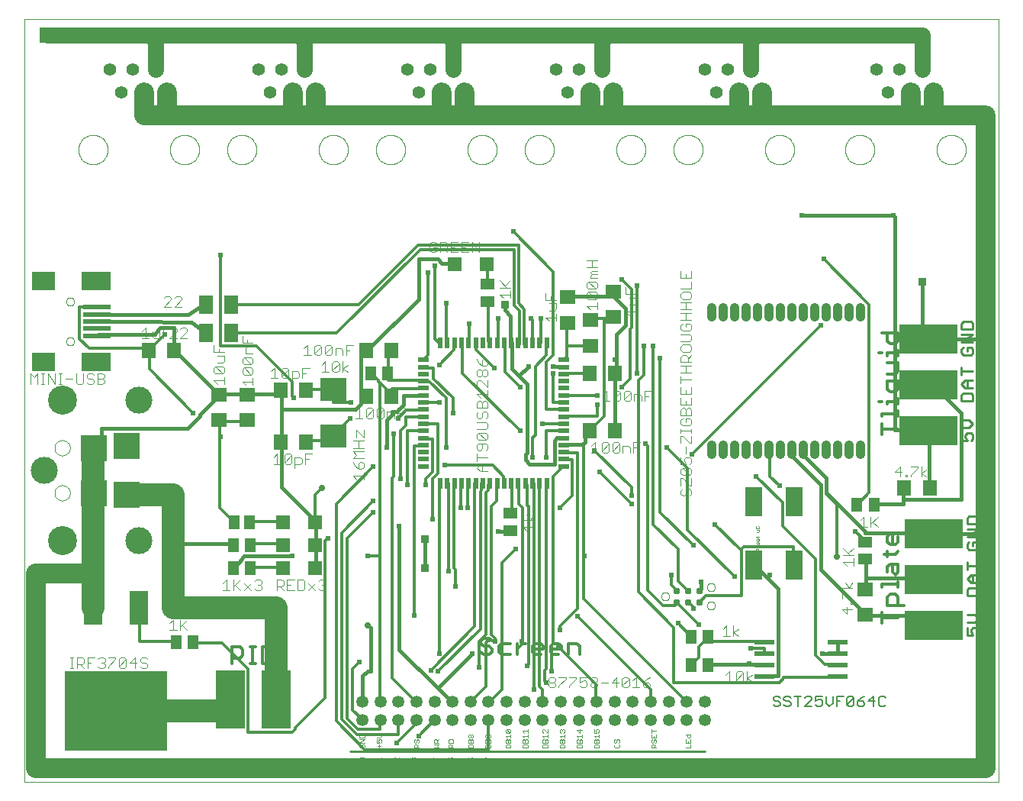
<source format=gtl>
G75*
%MOIN*%
%OFA0B0*%
%FSLAX24Y24*%
%IPPOS*%
%LPD*%
%AMOC8*
5,1,8,0,0,1.08239X$1,22.5*
%
%ADD10C,0.0000*%
%ADD11C,0.0140*%
%ADD12C,0.0100*%
%ADD13C,0.0020*%
%ADD14C,0.0551*%
%ADD15R,0.0512X0.0591*%
%ADD16C,0.0040*%
%ADD17R,0.0591X0.0591*%
%ADD18C,0.1181*%
%ADD19C,0.1266*%
%ADD20R,0.1181X0.1181*%
%ADD21R,0.0630X0.0709*%
%ADD22C,0.0310*%
%ADD23R,0.0709X0.0630*%
%ADD24R,0.0750X0.1250*%
%ADD25C,0.0010*%
%ADD26R,0.0630X0.0512*%
%ADD27R,0.0512X0.0630*%
%ADD28R,0.1181X0.0984*%
%ADD29R,0.0984X0.0787*%
%ADD30R,0.1299X0.0787*%
%ADD31R,0.1220X0.0197*%
%ADD32R,0.0630X0.0787*%
%ADD33R,0.0870X0.0240*%
%ADD34C,0.0050*%
%ADD35C,0.0413*%
%ADD36R,0.0820X0.1500*%
%ADD37R,0.4500X0.3500*%
%ADD38R,0.1280X0.2540*%
%ADD39R,0.2540X0.1280*%
%ADD40R,0.0710X0.0630*%
%ADD41R,0.0630X0.0710*%
%ADD42R,0.0591X0.0512*%
%ADD43R,0.0470X0.0220*%
%ADD44R,0.0220X0.0470*%
%ADD45C,0.0531*%
%ADD46C,0.0700*%
%ADD47R,0.0709X0.0709*%
%ADD48C,0.0180*%
%ADD49C,0.0240*%
%ADD50C,0.1000*%
%ADD51OC8,0.0240*%
%ADD52C,0.0160*%
%ADD53R,0.0356X0.0356*%
%ADD54C,0.0860*%
D10*
X000450Y000330D02*
X000450Y033626D01*
X043020Y033626D01*
X043020Y000330D01*
X000450Y000330D01*
X001769Y012946D02*
X001771Y012982D01*
X001777Y013018D01*
X001787Y013053D01*
X001800Y013087D01*
X001817Y013119D01*
X001837Y013149D01*
X001861Y013176D01*
X001887Y013201D01*
X001916Y013223D01*
X001947Y013242D01*
X001980Y013257D01*
X002014Y013269D01*
X002050Y013277D01*
X002086Y013281D01*
X002122Y013281D01*
X002158Y013277D01*
X002194Y013269D01*
X002228Y013257D01*
X002261Y013242D01*
X002292Y013223D01*
X002321Y013201D01*
X002347Y013176D01*
X002371Y013149D01*
X002391Y013119D01*
X002408Y013087D01*
X002421Y013053D01*
X002431Y013018D01*
X002437Y012982D01*
X002439Y012946D01*
X002437Y012910D01*
X002431Y012874D01*
X002421Y012839D01*
X002408Y012805D01*
X002391Y012773D01*
X002371Y012743D01*
X002347Y012716D01*
X002321Y012691D01*
X002292Y012669D01*
X002261Y012650D01*
X002228Y012635D01*
X002194Y012623D01*
X002158Y012615D01*
X002122Y012611D01*
X002086Y012611D01*
X002050Y012615D01*
X002014Y012623D01*
X001980Y012635D01*
X001947Y012650D01*
X001916Y012669D01*
X001887Y012691D01*
X001861Y012716D01*
X001837Y012743D01*
X001817Y012773D01*
X001800Y012805D01*
X001787Y012839D01*
X001777Y012874D01*
X001771Y012910D01*
X001769Y012946D01*
X001769Y014914D02*
X001771Y014950D01*
X001777Y014986D01*
X001787Y015021D01*
X001800Y015055D01*
X001817Y015087D01*
X001837Y015117D01*
X001861Y015144D01*
X001887Y015169D01*
X001916Y015191D01*
X001947Y015210D01*
X001980Y015225D01*
X002014Y015237D01*
X002050Y015245D01*
X002086Y015249D01*
X002122Y015249D01*
X002158Y015245D01*
X002194Y015237D01*
X002228Y015225D01*
X002261Y015210D01*
X002292Y015191D01*
X002321Y015169D01*
X002347Y015144D01*
X002371Y015117D01*
X002391Y015087D01*
X002408Y015055D01*
X002421Y015021D01*
X002431Y014986D01*
X002437Y014950D01*
X002439Y014914D01*
X002437Y014878D01*
X002431Y014842D01*
X002421Y014807D01*
X002408Y014773D01*
X002391Y014741D01*
X002371Y014711D01*
X002347Y014684D01*
X002321Y014659D01*
X002292Y014637D01*
X002261Y014618D01*
X002228Y014603D01*
X002194Y014591D01*
X002158Y014583D01*
X002122Y014579D01*
X002086Y014579D01*
X002050Y014583D01*
X002014Y014591D01*
X001980Y014603D01*
X001947Y014618D01*
X001916Y014637D01*
X001887Y014659D01*
X001861Y014684D01*
X001837Y014711D01*
X001817Y014741D01*
X001800Y014773D01*
X001787Y014807D01*
X001777Y014842D01*
X001771Y014878D01*
X001769Y014914D01*
X002273Y019564D02*
X002275Y019590D01*
X002281Y019616D01*
X002291Y019641D01*
X002304Y019664D01*
X002320Y019684D01*
X002340Y019702D01*
X002362Y019717D01*
X002385Y019729D01*
X002411Y019737D01*
X002437Y019741D01*
X002463Y019741D01*
X002489Y019737D01*
X002515Y019729D01*
X002539Y019717D01*
X002560Y019702D01*
X002580Y019684D01*
X002596Y019664D01*
X002609Y019641D01*
X002619Y019616D01*
X002625Y019590D01*
X002627Y019564D01*
X002625Y019538D01*
X002619Y019512D01*
X002609Y019487D01*
X002596Y019464D01*
X002580Y019444D01*
X002560Y019426D01*
X002538Y019411D01*
X002515Y019399D01*
X002489Y019391D01*
X002463Y019387D01*
X002437Y019387D01*
X002411Y019391D01*
X002385Y019399D01*
X002361Y019411D01*
X002340Y019426D01*
X002320Y019444D01*
X002304Y019464D01*
X002291Y019487D01*
X002281Y019512D01*
X002275Y019538D01*
X002273Y019564D01*
X002273Y021296D02*
X002275Y021322D01*
X002281Y021348D01*
X002291Y021373D01*
X002304Y021396D01*
X002320Y021416D01*
X002340Y021434D01*
X002362Y021449D01*
X002385Y021461D01*
X002411Y021469D01*
X002437Y021473D01*
X002463Y021473D01*
X002489Y021469D01*
X002515Y021461D01*
X002539Y021449D01*
X002560Y021434D01*
X002580Y021416D01*
X002596Y021396D01*
X002609Y021373D01*
X002619Y021348D01*
X002625Y021322D01*
X002627Y021296D01*
X002625Y021270D01*
X002619Y021244D01*
X002609Y021219D01*
X002596Y021196D01*
X002580Y021176D01*
X002560Y021158D01*
X002538Y021143D01*
X002515Y021131D01*
X002489Y021123D01*
X002463Y021119D01*
X002437Y021119D01*
X002411Y021123D01*
X002385Y021131D01*
X002361Y021143D01*
X002340Y021158D01*
X002320Y021176D01*
X002304Y021196D01*
X002291Y021219D01*
X002281Y021244D01*
X002275Y021270D01*
X002273Y021296D01*
X002810Y027930D02*
X002812Y027980D01*
X002818Y028030D01*
X002828Y028079D01*
X002841Y028128D01*
X002859Y028175D01*
X002880Y028221D01*
X002904Y028264D01*
X002932Y028306D01*
X002963Y028346D01*
X002997Y028383D01*
X003034Y028417D01*
X003074Y028448D01*
X003116Y028476D01*
X003159Y028500D01*
X003205Y028521D01*
X003252Y028539D01*
X003301Y028552D01*
X003350Y028562D01*
X003400Y028568D01*
X003450Y028570D01*
X003500Y028568D01*
X003550Y028562D01*
X003599Y028552D01*
X003648Y028539D01*
X003695Y028521D01*
X003741Y028500D01*
X003784Y028476D01*
X003826Y028448D01*
X003866Y028417D01*
X003903Y028383D01*
X003937Y028346D01*
X003968Y028306D01*
X003996Y028264D01*
X004020Y028221D01*
X004041Y028175D01*
X004059Y028128D01*
X004072Y028079D01*
X004082Y028030D01*
X004088Y027980D01*
X004090Y027930D01*
X004088Y027880D01*
X004082Y027830D01*
X004072Y027781D01*
X004059Y027732D01*
X004041Y027685D01*
X004020Y027639D01*
X003996Y027596D01*
X003968Y027554D01*
X003937Y027514D01*
X003903Y027477D01*
X003866Y027443D01*
X003826Y027412D01*
X003784Y027384D01*
X003741Y027360D01*
X003695Y027339D01*
X003648Y027321D01*
X003599Y027308D01*
X003550Y027298D01*
X003500Y027292D01*
X003450Y027290D01*
X003400Y027292D01*
X003350Y027298D01*
X003301Y027308D01*
X003252Y027321D01*
X003205Y027339D01*
X003159Y027360D01*
X003116Y027384D01*
X003074Y027412D01*
X003034Y027443D01*
X002997Y027477D01*
X002963Y027514D01*
X002932Y027554D01*
X002904Y027596D01*
X002880Y027639D01*
X002859Y027685D01*
X002841Y027732D01*
X002828Y027781D01*
X002818Y027830D01*
X002812Y027880D01*
X002810Y027930D01*
X006810Y027930D02*
X006812Y027980D01*
X006818Y028030D01*
X006828Y028079D01*
X006841Y028128D01*
X006859Y028175D01*
X006880Y028221D01*
X006904Y028264D01*
X006932Y028306D01*
X006963Y028346D01*
X006997Y028383D01*
X007034Y028417D01*
X007074Y028448D01*
X007116Y028476D01*
X007159Y028500D01*
X007205Y028521D01*
X007252Y028539D01*
X007301Y028552D01*
X007350Y028562D01*
X007400Y028568D01*
X007450Y028570D01*
X007500Y028568D01*
X007550Y028562D01*
X007599Y028552D01*
X007648Y028539D01*
X007695Y028521D01*
X007741Y028500D01*
X007784Y028476D01*
X007826Y028448D01*
X007866Y028417D01*
X007903Y028383D01*
X007937Y028346D01*
X007968Y028306D01*
X007996Y028264D01*
X008020Y028221D01*
X008041Y028175D01*
X008059Y028128D01*
X008072Y028079D01*
X008082Y028030D01*
X008088Y027980D01*
X008090Y027930D01*
X008088Y027880D01*
X008082Y027830D01*
X008072Y027781D01*
X008059Y027732D01*
X008041Y027685D01*
X008020Y027639D01*
X007996Y027596D01*
X007968Y027554D01*
X007937Y027514D01*
X007903Y027477D01*
X007866Y027443D01*
X007826Y027412D01*
X007784Y027384D01*
X007741Y027360D01*
X007695Y027339D01*
X007648Y027321D01*
X007599Y027308D01*
X007550Y027298D01*
X007500Y027292D01*
X007450Y027290D01*
X007400Y027292D01*
X007350Y027298D01*
X007301Y027308D01*
X007252Y027321D01*
X007205Y027339D01*
X007159Y027360D01*
X007116Y027384D01*
X007074Y027412D01*
X007034Y027443D01*
X006997Y027477D01*
X006963Y027514D01*
X006932Y027554D01*
X006904Y027596D01*
X006880Y027639D01*
X006859Y027685D01*
X006841Y027732D01*
X006828Y027781D01*
X006818Y027830D01*
X006812Y027880D01*
X006810Y027930D01*
X009310Y027930D02*
X009312Y027980D01*
X009318Y028030D01*
X009328Y028079D01*
X009341Y028128D01*
X009359Y028175D01*
X009380Y028221D01*
X009404Y028264D01*
X009432Y028306D01*
X009463Y028346D01*
X009497Y028383D01*
X009534Y028417D01*
X009574Y028448D01*
X009616Y028476D01*
X009659Y028500D01*
X009705Y028521D01*
X009752Y028539D01*
X009801Y028552D01*
X009850Y028562D01*
X009900Y028568D01*
X009950Y028570D01*
X010000Y028568D01*
X010050Y028562D01*
X010099Y028552D01*
X010148Y028539D01*
X010195Y028521D01*
X010241Y028500D01*
X010284Y028476D01*
X010326Y028448D01*
X010366Y028417D01*
X010403Y028383D01*
X010437Y028346D01*
X010468Y028306D01*
X010496Y028264D01*
X010520Y028221D01*
X010541Y028175D01*
X010559Y028128D01*
X010572Y028079D01*
X010582Y028030D01*
X010588Y027980D01*
X010590Y027930D01*
X010588Y027880D01*
X010582Y027830D01*
X010572Y027781D01*
X010559Y027732D01*
X010541Y027685D01*
X010520Y027639D01*
X010496Y027596D01*
X010468Y027554D01*
X010437Y027514D01*
X010403Y027477D01*
X010366Y027443D01*
X010326Y027412D01*
X010284Y027384D01*
X010241Y027360D01*
X010195Y027339D01*
X010148Y027321D01*
X010099Y027308D01*
X010050Y027298D01*
X010000Y027292D01*
X009950Y027290D01*
X009900Y027292D01*
X009850Y027298D01*
X009801Y027308D01*
X009752Y027321D01*
X009705Y027339D01*
X009659Y027360D01*
X009616Y027384D01*
X009574Y027412D01*
X009534Y027443D01*
X009497Y027477D01*
X009463Y027514D01*
X009432Y027554D01*
X009404Y027596D01*
X009380Y027639D01*
X009359Y027685D01*
X009341Y027732D01*
X009328Y027781D01*
X009318Y027830D01*
X009312Y027880D01*
X009310Y027930D01*
X013310Y027930D02*
X013312Y027980D01*
X013318Y028030D01*
X013328Y028079D01*
X013341Y028128D01*
X013359Y028175D01*
X013380Y028221D01*
X013404Y028264D01*
X013432Y028306D01*
X013463Y028346D01*
X013497Y028383D01*
X013534Y028417D01*
X013574Y028448D01*
X013616Y028476D01*
X013659Y028500D01*
X013705Y028521D01*
X013752Y028539D01*
X013801Y028552D01*
X013850Y028562D01*
X013900Y028568D01*
X013950Y028570D01*
X014000Y028568D01*
X014050Y028562D01*
X014099Y028552D01*
X014148Y028539D01*
X014195Y028521D01*
X014241Y028500D01*
X014284Y028476D01*
X014326Y028448D01*
X014366Y028417D01*
X014403Y028383D01*
X014437Y028346D01*
X014468Y028306D01*
X014496Y028264D01*
X014520Y028221D01*
X014541Y028175D01*
X014559Y028128D01*
X014572Y028079D01*
X014582Y028030D01*
X014588Y027980D01*
X014590Y027930D01*
X014588Y027880D01*
X014582Y027830D01*
X014572Y027781D01*
X014559Y027732D01*
X014541Y027685D01*
X014520Y027639D01*
X014496Y027596D01*
X014468Y027554D01*
X014437Y027514D01*
X014403Y027477D01*
X014366Y027443D01*
X014326Y027412D01*
X014284Y027384D01*
X014241Y027360D01*
X014195Y027339D01*
X014148Y027321D01*
X014099Y027308D01*
X014050Y027298D01*
X014000Y027292D01*
X013950Y027290D01*
X013900Y027292D01*
X013850Y027298D01*
X013801Y027308D01*
X013752Y027321D01*
X013705Y027339D01*
X013659Y027360D01*
X013616Y027384D01*
X013574Y027412D01*
X013534Y027443D01*
X013497Y027477D01*
X013463Y027514D01*
X013432Y027554D01*
X013404Y027596D01*
X013380Y027639D01*
X013359Y027685D01*
X013341Y027732D01*
X013328Y027781D01*
X013318Y027830D01*
X013312Y027880D01*
X013310Y027930D01*
X015810Y027930D02*
X015812Y027980D01*
X015818Y028030D01*
X015828Y028079D01*
X015841Y028128D01*
X015859Y028175D01*
X015880Y028221D01*
X015904Y028264D01*
X015932Y028306D01*
X015963Y028346D01*
X015997Y028383D01*
X016034Y028417D01*
X016074Y028448D01*
X016116Y028476D01*
X016159Y028500D01*
X016205Y028521D01*
X016252Y028539D01*
X016301Y028552D01*
X016350Y028562D01*
X016400Y028568D01*
X016450Y028570D01*
X016500Y028568D01*
X016550Y028562D01*
X016599Y028552D01*
X016648Y028539D01*
X016695Y028521D01*
X016741Y028500D01*
X016784Y028476D01*
X016826Y028448D01*
X016866Y028417D01*
X016903Y028383D01*
X016937Y028346D01*
X016968Y028306D01*
X016996Y028264D01*
X017020Y028221D01*
X017041Y028175D01*
X017059Y028128D01*
X017072Y028079D01*
X017082Y028030D01*
X017088Y027980D01*
X017090Y027930D01*
X017088Y027880D01*
X017082Y027830D01*
X017072Y027781D01*
X017059Y027732D01*
X017041Y027685D01*
X017020Y027639D01*
X016996Y027596D01*
X016968Y027554D01*
X016937Y027514D01*
X016903Y027477D01*
X016866Y027443D01*
X016826Y027412D01*
X016784Y027384D01*
X016741Y027360D01*
X016695Y027339D01*
X016648Y027321D01*
X016599Y027308D01*
X016550Y027298D01*
X016500Y027292D01*
X016450Y027290D01*
X016400Y027292D01*
X016350Y027298D01*
X016301Y027308D01*
X016252Y027321D01*
X016205Y027339D01*
X016159Y027360D01*
X016116Y027384D01*
X016074Y027412D01*
X016034Y027443D01*
X015997Y027477D01*
X015963Y027514D01*
X015932Y027554D01*
X015904Y027596D01*
X015880Y027639D01*
X015859Y027685D01*
X015841Y027732D01*
X015828Y027781D01*
X015818Y027830D01*
X015812Y027880D01*
X015810Y027930D01*
X019810Y027930D02*
X019812Y027980D01*
X019818Y028030D01*
X019828Y028079D01*
X019841Y028128D01*
X019859Y028175D01*
X019880Y028221D01*
X019904Y028264D01*
X019932Y028306D01*
X019963Y028346D01*
X019997Y028383D01*
X020034Y028417D01*
X020074Y028448D01*
X020116Y028476D01*
X020159Y028500D01*
X020205Y028521D01*
X020252Y028539D01*
X020301Y028552D01*
X020350Y028562D01*
X020400Y028568D01*
X020450Y028570D01*
X020500Y028568D01*
X020550Y028562D01*
X020599Y028552D01*
X020648Y028539D01*
X020695Y028521D01*
X020741Y028500D01*
X020784Y028476D01*
X020826Y028448D01*
X020866Y028417D01*
X020903Y028383D01*
X020937Y028346D01*
X020968Y028306D01*
X020996Y028264D01*
X021020Y028221D01*
X021041Y028175D01*
X021059Y028128D01*
X021072Y028079D01*
X021082Y028030D01*
X021088Y027980D01*
X021090Y027930D01*
X021088Y027880D01*
X021082Y027830D01*
X021072Y027781D01*
X021059Y027732D01*
X021041Y027685D01*
X021020Y027639D01*
X020996Y027596D01*
X020968Y027554D01*
X020937Y027514D01*
X020903Y027477D01*
X020866Y027443D01*
X020826Y027412D01*
X020784Y027384D01*
X020741Y027360D01*
X020695Y027339D01*
X020648Y027321D01*
X020599Y027308D01*
X020550Y027298D01*
X020500Y027292D01*
X020450Y027290D01*
X020400Y027292D01*
X020350Y027298D01*
X020301Y027308D01*
X020252Y027321D01*
X020205Y027339D01*
X020159Y027360D01*
X020116Y027384D01*
X020074Y027412D01*
X020034Y027443D01*
X019997Y027477D01*
X019963Y027514D01*
X019932Y027554D01*
X019904Y027596D01*
X019880Y027639D01*
X019859Y027685D01*
X019841Y027732D01*
X019828Y027781D01*
X019818Y027830D01*
X019812Y027880D01*
X019810Y027930D01*
X022310Y027930D02*
X022312Y027980D01*
X022318Y028030D01*
X022328Y028079D01*
X022341Y028128D01*
X022359Y028175D01*
X022380Y028221D01*
X022404Y028264D01*
X022432Y028306D01*
X022463Y028346D01*
X022497Y028383D01*
X022534Y028417D01*
X022574Y028448D01*
X022616Y028476D01*
X022659Y028500D01*
X022705Y028521D01*
X022752Y028539D01*
X022801Y028552D01*
X022850Y028562D01*
X022900Y028568D01*
X022950Y028570D01*
X023000Y028568D01*
X023050Y028562D01*
X023099Y028552D01*
X023148Y028539D01*
X023195Y028521D01*
X023241Y028500D01*
X023284Y028476D01*
X023326Y028448D01*
X023366Y028417D01*
X023403Y028383D01*
X023437Y028346D01*
X023468Y028306D01*
X023496Y028264D01*
X023520Y028221D01*
X023541Y028175D01*
X023559Y028128D01*
X023572Y028079D01*
X023582Y028030D01*
X023588Y027980D01*
X023590Y027930D01*
X023588Y027880D01*
X023582Y027830D01*
X023572Y027781D01*
X023559Y027732D01*
X023541Y027685D01*
X023520Y027639D01*
X023496Y027596D01*
X023468Y027554D01*
X023437Y027514D01*
X023403Y027477D01*
X023366Y027443D01*
X023326Y027412D01*
X023284Y027384D01*
X023241Y027360D01*
X023195Y027339D01*
X023148Y027321D01*
X023099Y027308D01*
X023050Y027298D01*
X023000Y027292D01*
X022950Y027290D01*
X022900Y027292D01*
X022850Y027298D01*
X022801Y027308D01*
X022752Y027321D01*
X022705Y027339D01*
X022659Y027360D01*
X022616Y027384D01*
X022574Y027412D01*
X022534Y027443D01*
X022497Y027477D01*
X022463Y027514D01*
X022432Y027554D01*
X022404Y027596D01*
X022380Y027639D01*
X022359Y027685D01*
X022341Y027732D01*
X022328Y027781D01*
X022318Y027830D01*
X022312Y027880D01*
X022310Y027930D01*
X026310Y027930D02*
X026312Y027980D01*
X026318Y028030D01*
X026328Y028079D01*
X026341Y028128D01*
X026359Y028175D01*
X026380Y028221D01*
X026404Y028264D01*
X026432Y028306D01*
X026463Y028346D01*
X026497Y028383D01*
X026534Y028417D01*
X026574Y028448D01*
X026616Y028476D01*
X026659Y028500D01*
X026705Y028521D01*
X026752Y028539D01*
X026801Y028552D01*
X026850Y028562D01*
X026900Y028568D01*
X026950Y028570D01*
X027000Y028568D01*
X027050Y028562D01*
X027099Y028552D01*
X027148Y028539D01*
X027195Y028521D01*
X027241Y028500D01*
X027284Y028476D01*
X027326Y028448D01*
X027366Y028417D01*
X027403Y028383D01*
X027437Y028346D01*
X027468Y028306D01*
X027496Y028264D01*
X027520Y028221D01*
X027541Y028175D01*
X027559Y028128D01*
X027572Y028079D01*
X027582Y028030D01*
X027588Y027980D01*
X027590Y027930D01*
X027588Y027880D01*
X027582Y027830D01*
X027572Y027781D01*
X027559Y027732D01*
X027541Y027685D01*
X027520Y027639D01*
X027496Y027596D01*
X027468Y027554D01*
X027437Y027514D01*
X027403Y027477D01*
X027366Y027443D01*
X027326Y027412D01*
X027284Y027384D01*
X027241Y027360D01*
X027195Y027339D01*
X027148Y027321D01*
X027099Y027308D01*
X027050Y027298D01*
X027000Y027292D01*
X026950Y027290D01*
X026900Y027292D01*
X026850Y027298D01*
X026801Y027308D01*
X026752Y027321D01*
X026705Y027339D01*
X026659Y027360D01*
X026616Y027384D01*
X026574Y027412D01*
X026534Y027443D01*
X026497Y027477D01*
X026463Y027514D01*
X026432Y027554D01*
X026404Y027596D01*
X026380Y027639D01*
X026359Y027685D01*
X026341Y027732D01*
X026328Y027781D01*
X026318Y027830D01*
X026312Y027880D01*
X026310Y027930D01*
X028810Y027930D02*
X028812Y027980D01*
X028818Y028030D01*
X028828Y028079D01*
X028841Y028128D01*
X028859Y028175D01*
X028880Y028221D01*
X028904Y028264D01*
X028932Y028306D01*
X028963Y028346D01*
X028997Y028383D01*
X029034Y028417D01*
X029074Y028448D01*
X029116Y028476D01*
X029159Y028500D01*
X029205Y028521D01*
X029252Y028539D01*
X029301Y028552D01*
X029350Y028562D01*
X029400Y028568D01*
X029450Y028570D01*
X029500Y028568D01*
X029550Y028562D01*
X029599Y028552D01*
X029648Y028539D01*
X029695Y028521D01*
X029741Y028500D01*
X029784Y028476D01*
X029826Y028448D01*
X029866Y028417D01*
X029903Y028383D01*
X029937Y028346D01*
X029968Y028306D01*
X029996Y028264D01*
X030020Y028221D01*
X030041Y028175D01*
X030059Y028128D01*
X030072Y028079D01*
X030082Y028030D01*
X030088Y027980D01*
X030090Y027930D01*
X030088Y027880D01*
X030082Y027830D01*
X030072Y027781D01*
X030059Y027732D01*
X030041Y027685D01*
X030020Y027639D01*
X029996Y027596D01*
X029968Y027554D01*
X029937Y027514D01*
X029903Y027477D01*
X029866Y027443D01*
X029826Y027412D01*
X029784Y027384D01*
X029741Y027360D01*
X029695Y027339D01*
X029648Y027321D01*
X029599Y027308D01*
X029550Y027298D01*
X029500Y027292D01*
X029450Y027290D01*
X029400Y027292D01*
X029350Y027298D01*
X029301Y027308D01*
X029252Y027321D01*
X029205Y027339D01*
X029159Y027360D01*
X029116Y027384D01*
X029074Y027412D01*
X029034Y027443D01*
X028997Y027477D01*
X028963Y027514D01*
X028932Y027554D01*
X028904Y027596D01*
X028880Y027639D01*
X028859Y027685D01*
X028841Y027732D01*
X028828Y027781D01*
X028818Y027830D01*
X028812Y027880D01*
X028810Y027930D01*
X032810Y027930D02*
X032812Y027980D01*
X032818Y028030D01*
X032828Y028079D01*
X032841Y028128D01*
X032859Y028175D01*
X032880Y028221D01*
X032904Y028264D01*
X032932Y028306D01*
X032963Y028346D01*
X032997Y028383D01*
X033034Y028417D01*
X033074Y028448D01*
X033116Y028476D01*
X033159Y028500D01*
X033205Y028521D01*
X033252Y028539D01*
X033301Y028552D01*
X033350Y028562D01*
X033400Y028568D01*
X033450Y028570D01*
X033500Y028568D01*
X033550Y028562D01*
X033599Y028552D01*
X033648Y028539D01*
X033695Y028521D01*
X033741Y028500D01*
X033784Y028476D01*
X033826Y028448D01*
X033866Y028417D01*
X033903Y028383D01*
X033937Y028346D01*
X033968Y028306D01*
X033996Y028264D01*
X034020Y028221D01*
X034041Y028175D01*
X034059Y028128D01*
X034072Y028079D01*
X034082Y028030D01*
X034088Y027980D01*
X034090Y027930D01*
X034088Y027880D01*
X034082Y027830D01*
X034072Y027781D01*
X034059Y027732D01*
X034041Y027685D01*
X034020Y027639D01*
X033996Y027596D01*
X033968Y027554D01*
X033937Y027514D01*
X033903Y027477D01*
X033866Y027443D01*
X033826Y027412D01*
X033784Y027384D01*
X033741Y027360D01*
X033695Y027339D01*
X033648Y027321D01*
X033599Y027308D01*
X033550Y027298D01*
X033500Y027292D01*
X033450Y027290D01*
X033400Y027292D01*
X033350Y027298D01*
X033301Y027308D01*
X033252Y027321D01*
X033205Y027339D01*
X033159Y027360D01*
X033116Y027384D01*
X033074Y027412D01*
X033034Y027443D01*
X032997Y027477D01*
X032963Y027514D01*
X032932Y027554D01*
X032904Y027596D01*
X032880Y027639D01*
X032859Y027685D01*
X032841Y027732D01*
X032828Y027781D01*
X032818Y027830D01*
X032812Y027880D01*
X032810Y027930D01*
X036310Y027930D02*
X036312Y027980D01*
X036318Y028030D01*
X036328Y028079D01*
X036341Y028128D01*
X036359Y028175D01*
X036380Y028221D01*
X036404Y028264D01*
X036432Y028306D01*
X036463Y028346D01*
X036497Y028383D01*
X036534Y028417D01*
X036574Y028448D01*
X036616Y028476D01*
X036659Y028500D01*
X036705Y028521D01*
X036752Y028539D01*
X036801Y028552D01*
X036850Y028562D01*
X036900Y028568D01*
X036950Y028570D01*
X037000Y028568D01*
X037050Y028562D01*
X037099Y028552D01*
X037148Y028539D01*
X037195Y028521D01*
X037241Y028500D01*
X037284Y028476D01*
X037326Y028448D01*
X037366Y028417D01*
X037403Y028383D01*
X037437Y028346D01*
X037468Y028306D01*
X037496Y028264D01*
X037520Y028221D01*
X037541Y028175D01*
X037559Y028128D01*
X037572Y028079D01*
X037582Y028030D01*
X037588Y027980D01*
X037590Y027930D01*
X037588Y027880D01*
X037582Y027830D01*
X037572Y027781D01*
X037559Y027732D01*
X037541Y027685D01*
X037520Y027639D01*
X037496Y027596D01*
X037468Y027554D01*
X037437Y027514D01*
X037403Y027477D01*
X037366Y027443D01*
X037326Y027412D01*
X037284Y027384D01*
X037241Y027360D01*
X037195Y027339D01*
X037148Y027321D01*
X037099Y027308D01*
X037050Y027298D01*
X037000Y027292D01*
X036950Y027290D01*
X036900Y027292D01*
X036850Y027298D01*
X036801Y027308D01*
X036752Y027321D01*
X036705Y027339D01*
X036659Y027360D01*
X036616Y027384D01*
X036574Y027412D01*
X036534Y027443D01*
X036497Y027477D01*
X036463Y027514D01*
X036432Y027554D01*
X036404Y027596D01*
X036380Y027639D01*
X036359Y027685D01*
X036341Y027732D01*
X036328Y027781D01*
X036318Y027830D01*
X036312Y027880D01*
X036310Y027930D01*
X040310Y027930D02*
X040312Y027980D01*
X040318Y028030D01*
X040328Y028079D01*
X040341Y028128D01*
X040359Y028175D01*
X040380Y028221D01*
X040404Y028264D01*
X040432Y028306D01*
X040463Y028346D01*
X040497Y028383D01*
X040534Y028417D01*
X040574Y028448D01*
X040616Y028476D01*
X040659Y028500D01*
X040705Y028521D01*
X040752Y028539D01*
X040801Y028552D01*
X040850Y028562D01*
X040900Y028568D01*
X040950Y028570D01*
X041000Y028568D01*
X041050Y028562D01*
X041099Y028552D01*
X041148Y028539D01*
X041195Y028521D01*
X041241Y028500D01*
X041284Y028476D01*
X041326Y028448D01*
X041366Y028417D01*
X041403Y028383D01*
X041437Y028346D01*
X041468Y028306D01*
X041496Y028264D01*
X041520Y028221D01*
X041541Y028175D01*
X041559Y028128D01*
X041572Y028079D01*
X041582Y028030D01*
X041588Y027980D01*
X041590Y027930D01*
X041588Y027880D01*
X041582Y027830D01*
X041572Y027781D01*
X041559Y027732D01*
X041541Y027685D01*
X041520Y027639D01*
X041496Y027596D01*
X041468Y027554D01*
X041437Y027514D01*
X041403Y027477D01*
X041366Y027443D01*
X041326Y027412D01*
X041284Y027384D01*
X041241Y027360D01*
X041195Y027339D01*
X041148Y027321D01*
X041099Y027308D01*
X041050Y027298D01*
X041000Y027292D01*
X040950Y027290D01*
X040900Y027292D01*
X040850Y027298D01*
X040801Y027308D01*
X040752Y027321D01*
X040705Y027339D01*
X040659Y027360D01*
X040616Y027384D01*
X040574Y027412D01*
X040534Y027443D01*
X040497Y027477D01*
X040463Y027514D01*
X040432Y027554D01*
X040404Y027596D01*
X040380Y027639D01*
X040359Y027685D01*
X040341Y027732D01*
X040328Y027781D01*
X040318Y027830D01*
X040312Y027880D01*
X040310Y027930D01*
X030275Y008830D02*
X030277Y008856D01*
X030283Y008882D01*
X030292Y008906D01*
X030305Y008929D01*
X030322Y008949D01*
X030341Y008967D01*
X030363Y008982D01*
X030386Y008993D01*
X030411Y009001D01*
X030437Y009005D01*
X030463Y009005D01*
X030489Y009001D01*
X030514Y008993D01*
X030538Y008982D01*
X030559Y008967D01*
X030578Y008949D01*
X030595Y008929D01*
X030608Y008906D01*
X030617Y008882D01*
X030623Y008856D01*
X030625Y008830D01*
X030623Y008804D01*
X030617Y008778D01*
X030608Y008754D01*
X030595Y008731D01*
X030578Y008711D01*
X030559Y008693D01*
X030537Y008678D01*
X030514Y008667D01*
X030489Y008659D01*
X030463Y008655D01*
X030437Y008655D01*
X030411Y008659D01*
X030386Y008667D01*
X030362Y008678D01*
X030341Y008693D01*
X030322Y008711D01*
X030305Y008731D01*
X030292Y008754D01*
X030283Y008778D01*
X030277Y008804D01*
X030275Y008830D01*
X030275Y008030D02*
X030277Y008056D01*
X030283Y008082D01*
X030292Y008106D01*
X030305Y008129D01*
X030322Y008149D01*
X030341Y008167D01*
X030363Y008182D01*
X030386Y008193D01*
X030411Y008201D01*
X030437Y008205D01*
X030463Y008205D01*
X030489Y008201D01*
X030514Y008193D01*
X030538Y008182D01*
X030559Y008167D01*
X030578Y008149D01*
X030595Y008129D01*
X030608Y008106D01*
X030617Y008082D01*
X030623Y008056D01*
X030625Y008030D01*
X030623Y008004D01*
X030617Y007978D01*
X030608Y007954D01*
X030595Y007931D01*
X030578Y007911D01*
X030559Y007893D01*
X030537Y007878D01*
X030514Y007867D01*
X030489Y007859D01*
X030463Y007855D01*
X030437Y007855D01*
X030411Y007859D01*
X030386Y007867D01*
X030362Y007878D01*
X030341Y007893D01*
X030322Y007911D01*
X030305Y007931D01*
X030292Y007954D01*
X030283Y007978D01*
X030277Y008004D01*
X030275Y008030D01*
X028275Y008430D02*
X028277Y008456D01*
X028283Y008482D01*
X028292Y008506D01*
X028305Y008529D01*
X028322Y008549D01*
X028341Y008567D01*
X028363Y008582D01*
X028386Y008593D01*
X028411Y008601D01*
X028437Y008605D01*
X028463Y008605D01*
X028489Y008601D01*
X028514Y008593D01*
X028538Y008582D01*
X028559Y008567D01*
X028578Y008549D01*
X028595Y008529D01*
X028608Y008506D01*
X028617Y008482D01*
X028623Y008456D01*
X028625Y008430D01*
X028623Y008404D01*
X028617Y008378D01*
X028608Y008354D01*
X028595Y008331D01*
X028578Y008311D01*
X028559Y008293D01*
X028537Y008278D01*
X028514Y008267D01*
X028489Y008259D01*
X028463Y008255D01*
X028437Y008255D01*
X028411Y008259D01*
X028386Y008267D01*
X028362Y008278D01*
X028341Y008293D01*
X028322Y008311D01*
X028305Y008331D01*
X028292Y008354D01*
X028283Y008378D01*
X028277Y008404D01*
X028275Y008430D01*
D11*
X028350Y008030D02*
X028890Y008030D01*
X028890Y008150D01*
X028950Y008180D01*
X028950Y008150D01*
X029910Y007190D01*
X029550Y006710D02*
X029576Y006680D01*
X029550Y006710D02*
X029010Y007250D01*
X028830Y007070D02*
X027270Y008630D01*
X027270Y017870D01*
X027510Y018110D01*
X027510Y019370D01*
X027930Y019370D02*
X027930Y011570D01*
X029010Y010490D01*
X029010Y009110D01*
X029430Y008690D01*
X029450Y008680D01*
X029450Y008180D02*
X029490Y008150D01*
X029670Y007970D01*
X029670Y007910D01*
X029950Y008180D02*
X029970Y008210D01*
X030210Y008450D01*
X031770Y008450D01*
X031770Y010490D01*
X031710Y010490D01*
X030630Y011570D01*
X029430Y011330D02*
X031470Y009290D01*
X031770Y010490D02*
X031890Y010610D01*
X034050Y010610D01*
X034050Y009830D01*
X034075Y009805D01*
X035010Y010070D02*
X035010Y005870D01*
X035430Y005450D01*
X035970Y005450D01*
X035980Y005430D01*
X035980Y004930D02*
X035970Y004910D01*
X033630Y004910D01*
X033630Y004850D01*
X033450Y004670D01*
X028830Y004670D01*
X028830Y007070D01*
X029910Y006230D02*
X030270Y006590D01*
X030270Y006650D01*
X030324Y006680D01*
X030210Y006470D01*
X032790Y006470D01*
X032795Y006430D01*
X032790Y006170D02*
X032790Y005930D01*
X032795Y005930D01*
X032790Y006170D02*
X032190Y006170D01*
X029910Y006230D02*
X029910Y005750D01*
X029610Y005450D01*
X029576Y005430D01*
X027810Y004370D02*
X027810Y003830D01*
X027818Y003824D01*
X027810Y004370D02*
X024630Y007550D01*
X024630Y007910D02*
X023850Y007130D01*
X023850Y006950D01*
X023797Y006370D02*
X023917Y006250D01*
X023917Y006130D01*
X023436Y006130D01*
X023436Y006010D02*
X023436Y006250D01*
X023556Y006370D01*
X023797Y006370D01*
X023790Y006230D02*
X025410Y004610D01*
X025410Y003830D01*
X025456Y003824D01*
X023490Y005150D02*
X023490Y006290D01*
X023550Y006350D01*
X023550Y013670D01*
X023970Y014090D01*
X024005Y014105D01*
X024030Y014390D02*
X024005Y014415D01*
X024030Y014390D02*
X024390Y014390D01*
X024390Y012830D01*
X023850Y012290D01*
X023275Y013375D02*
X023250Y013370D01*
X023250Y005270D01*
X023190Y005210D01*
X023190Y004730D01*
X023250Y004670D01*
X023070Y004370D02*
X023070Y003830D01*
X023094Y003824D01*
X023070Y004370D02*
X022950Y004490D01*
X022950Y013370D01*
X022965Y013375D01*
X022710Y013370D02*
X022655Y013375D01*
X022710Y013370D02*
X022710Y004370D01*
X022410Y005390D02*
X022470Y005450D01*
X022470Y012350D01*
X022410Y012410D01*
X022410Y013310D01*
X022345Y013375D01*
X022050Y013370D02*
X022035Y013375D01*
X022050Y013370D02*
X022050Y012470D01*
X022230Y012290D01*
X022230Y006530D01*
X022170Y006470D01*
X022225Y006370D02*
X021984Y006130D01*
X021984Y005890D02*
X021984Y006370D01*
X022225Y006370D02*
X022345Y006370D01*
X022644Y006250D02*
X022644Y006010D01*
X022764Y005890D01*
X023005Y005890D01*
X023125Y006130D02*
X022644Y006130D01*
X022644Y006250D02*
X022764Y006370D01*
X023005Y006370D01*
X023125Y006250D01*
X023125Y006130D01*
X023436Y006010D02*
X023556Y005890D01*
X023797Y005890D01*
X024228Y005890D02*
X024228Y006370D01*
X024588Y006370D01*
X024709Y006250D01*
X024709Y005890D01*
X024630Y007910D02*
X024630Y014690D01*
X024030Y014690D01*
X024005Y014725D01*
X023250Y014510D02*
X023250Y015650D01*
X023970Y015650D01*
X024005Y015655D01*
X023970Y015950D02*
X024005Y015965D01*
X023970Y015950D02*
X023070Y015950D01*
X022770Y015470D02*
X022650Y015350D01*
X022650Y014510D01*
X022770Y015470D02*
X022770Y018470D01*
X023250Y018950D01*
X023250Y019430D01*
X023275Y019485D01*
X023010Y019490D02*
X022965Y019485D01*
X023010Y019490D02*
X023010Y020570D01*
X022650Y020510D02*
X022650Y019490D01*
X022655Y019485D01*
X022350Y019490D02*
X022300Y019490D01*
X022300Y019430D01*
X022300Y019490D02*
X022300Y020971D01*
X022050Y021221D01*
X022050Y023780D01*
X017659Y023780D01*
X015059Y021180D01*
X009501Y021180D01*
X009501Y019930D02*
X014091Y019930D01*
X017741Y023580D01*
X021850Y023580D01*
X021850Y021139D01*
X022100Y020889D01*
X022100Y019490D01*
X022050Y019490D01*
X022035Y019485D01*
X022100Y019490D02*
X022100Y019430D01*
X022345Y019485D02*
X022350Y019490D01*
X021450Y019430D02*
X021415Y019485D01*
X021450Y019430D02*
X021450Y018230D01*
X022110Y017570D01*
X020970Y018410D02*
X020190Y019190D01*
X020190Y019430D01*
X020175Y019485D01*
X019890Y019490D02*
X019865Y019485D01*
X019890Y019490D02*
X019890Y020330D01*
X020730Y019550D02*
X020730Y021290D01*
X020700Y021306D01*
X021150Y020570D02*
X021150Y019490D01*
X021105Y019485D01*
X020795Y019485D02*
X020730Y019550D01*
X019590Y019430D02*
X019555Y019485D01*
X019590Y019430D02*
X019590Y018170D01*
X022110Y015650D01*
X023250Y016610D02*
X023250Y018650D01*
X023550Y018950D01*
X023550Y022610D01*
X021810Y024350D01*
X020670Y022910D02*
X020639Y022930D01*
X020670Y022910D02*
X020670Y022070D01*
X020700Y022054D01*
X018870Y021230D02*
X018870Y019550D01*
X018935Y019485D01*
X019230Y019430D02*
X019230Y019190D01*
X018570Y018530D01*
X018330Y018410D02*
X018330Y017930D01*
X019170Y017090D01*
X019170Y016430D01*
X018870Y017090D02*
X018870Y014930D01*
X018270Y015290D02*
X018270Y013850D01*
X017970Y013550D01*
X017970Y013310D01*
X018270Y013550D02*
X018270Y011810D01*
X019530Y012290D02*
X019530Y013370D01*
X019555Y013375D01*
X019830Y013370D02*
X019865Y013375D01*
X019830Y013370D02*
X019830Y012290D01*
X020370Y013010D02*
X020370Y007010D01*
X018510Y005150D01*
X018210Y005210D02*
X020130Y007130D01*
X020130Y013370D01*
X020175Y013375D01*
X020430Y013370D02*
X020430Y013070D01*
X020370Y013010D01*
X020610Y012950D02*
X020610Y006770D01*
X020310Y006470D01*
X020310Y005330D01*
X020521Y005890D02*
X020401Y006010D01*
X020521Y005890D02*
X020761Y005890D01*
X020881Y006010D01*
X020881Y006130D01*
X020761Y006250D01*
X020521Y006250D01*
X020401Y006370D01*
X020401Y006491D01*
X020521Y006611D01*
X020761Y006611D01*
X020881Y006491D01*
X021030Y006470D02*
X021030Y006590D01*
X020850Y006770D01*
X020850Y012350D01*
X021090Y012590D01*
X021090Y013370D01*
X021105Y013375D01*
X021390Y013430D02*
X021390Y013670D01*
X020910Y014150D01*
X018810Y014150D01*
X018510Y013790D02*
X018270Y013550D01*
X018510Y013790D02*
X018510Y015950D01*
X017910Y015950D01*
X017895Y015965D01*
X017850Y016250D02*
X017895Y016275D01*
X017850Y016250D02*
X017130Y016250D01*
X017130Y015890D01*
X016890Y015650D01*
X016890Y013550D01*
X016590Y013670D02*
X016530Y013610D01*
X016530Y004850D01*
X017550Y003830D01*
X017582Y003824D01*
X017582Y003036D02*
X017550Y002990D01*
X017550Y002870D01*
X016710Y002030D01*
X016770Y002390D02*
X016770Y002990D01*
X016794Y003036D01*
X016770Y002390D02*
X014970Y002390D01*
X014310Y003050D01*
X014310Y011210D01*
X015690Y012590D01*
X015690Y012110D02*
X014550Y010970D01*
X014550Y003110D01*
X015030Y002630D01*
X015990Y002630D01*
X015990Y002990D01*
X016007Y003036D01*
X015220Y003036D02*
X015210Y003050D01*
X014790Y003470D01*
X014790Y005270D01*
X015070Y005550D01*
X015575Y007055D02*
X015450Y007180D01*
X017490Y007610D02*
X017490Y014990D01*
X017850Y014990D01*
X017895Y015035D01*
X017910Y015290D02*
X017895Y015345D01*
X017910Y015290D02*
X018270Y015290D01*
X017895Y015655D02*
X017850Y015650D01*
X017190Y015650D01*
X017190Y013310D01*
X016590Y013670D02*
X016590Y015530D01*
X016770Y016190D02*
X017130Y016550D01*
X017850Y016550D01*
X017895Y016585D01*
X017895Y016895D02*
X017910Y016910D01*
X018570Y016910D01*
X018870Y017090D02*
X018150Y017810D01*
X017910Y017810D01*
X017895Y017825D01*
X017850Y017870D01*
X016350Y017870D01*
X016350Y018170D01*
X016324Y018180D01*
X016350Y018230D01*
X016350Y019010D01*
X016470Y019130D01*
X016501Y019180D01*
X015630Y018170D02*
X015576Y018180D01*
X015630Y018170D02*
X015930Y017870D01*
X015930Y017810D01*
X016020Y017720D01*
X015990Y017690D01*
X015990Y010190D01*
X015450Y010190D01*
X015990Y010190D02*
X015990Y003830D01*
X016007Y003824D01*
X014070Y002990D02*
X015330Y001730D01*
X020730Y001730D01*
X020730Y002990D01*
X020731Y003036D01*
X020731Y003824D02*
X020790Y003830D01*
X021330Y004370D01*
X021330Y009890D01*
X021930Y010490D01*
X021700Y012054D02*
X021750Y012110D01*
X021750Y013370D01*
X021725Y013375D01*
X021415Y013375D02*
X021390Y013430D01*
X020795Y013375D02*
X020730Y013310D01*
X020730Y013070D01*
X020610Y012950D01*
X020485Y013375D02*
X020430Y013370D01*
X019245Y013375D02*
X019230Y013370D01*
X019230Y009650D01*
X019290Y009590D01*
X019290Y008870D01*
X018990Y009530D02*
X018990Y013370D01*
X018935Y013375D01*
X018625Y013375D02*
X018570Y013370D01*
X018570Y005930D01*
X020610Y006410D02*
X020610Y004490D01*
X019950Y003830D01*
X019944Y003824D01*
X018369Y003036D02*
X018330Y002990D01*
X017670Y002330D01*
X014070Y002990D02*
X014070Y012470D01*
X015690Y014090D01*
X013890Y015230D02*
X013890Y015410D01*
X013950Y015420D01*
X013950Y015470D01*
X014670Y016190D01*
X014730Y016910D02*
X013950Y016910D01*
X013950Y017479D01*
X013890Y017450D01*
X012810Y017450D01*
X012751Y017430D01*
X012210Y017090D02*
X012150Y017150D01*
X012150Y017810D01*
X010590Y019370D01*
X009030Y019370D01*
X009030Y023330D01*
X006570Y019850D02*
X005970Y019250D01*
X005899Y019180D01*
X005910Y019130D01*
X005910Y018350D01*
X007830Y016430D01*
X008950Y016129D02*
X009030Y016070D01*
X010170Y016070D01*
X010200Y016129D01*
X008970Y016070D02*
X008970Y015410D01*
X009030Y015410D01*
X008970Y015410D02*
X008970Y012290D01*
X009570Y011690D01*
X009615Y011680D01*
X010285Y011680D02*
X010290Y011690D01*
X011730Y011690D01*
X011761Y011680D01*
X011730Y010730D02*
X011761Y010680D01*
X011730Y010730D02*
X010350Y010730D01*
X010324Y010680D01*
X010350Y009710D02*
X010324Y009680D01*
X010350Y009710D02*
X011730Y009710D01*
X011761Y009680D01*
X013590Y010850D02*
X013590Y004010D01*
X012270Y002690D01*
X012270Y002630D01*
X012150Y002510D01*
X010230Y002510D01*
X010230Y005270D01*
X009090Y006410D01*
X007830Y006410D01*
X007824Y006430D01*
X007076Y006430D02*
X007050Y006470D01*
X005490Y006470D01*
X005490Y007910D01*
X005450Y007930D01*
X009520Y006221D02*
X009520Y005500D01*
X009520Y005740D02*
X009880Y005740D01*
X010000Y005860D01*
X010000Y006101D01*
X009880Y006221D01*
X009520Y006221D01*
X010312Y006221D02*
X010552Y006221D01*
X010432Y006221D02*
X010432Y005500D01*
X010312Y005500D02*
X010552Y005500D01*
X010840Y005500D02*
X011200Y005500D01*
X011320Y005620D01*
X011320Y006101D01*
X011200Y006221D01*
X010840Y006221D01*
X010840Y005500D01*
X013590Y010850D02*
X013710Y010970D01*
X013139Y011680D02*
X013139Y012869D01*
X013450Y013180D01*
X013890Y015230D02*
X012810Y015230D01*
X012751Y015180D01*
X016020Y017720D02*
X016470Y017270D01*
X016501Y017180D01*
X016530Y017210D01*
X016530Y017510D01*
X017850Y017510D01*
X017895Y017515D01*
X017910Y018410D02*
X017895Y018445D01*
X017910Y018410D02*
X018330Y018410D01*
X017895Y018755D02*
X018090Y018950D01*
X018090Y022550D01*
X018390Y022850D02*
X018390Y019670D01*
X018570Y019490D01*
X018625Y019485D01*
X019230Y019430D02*
X019245Y019485D01*
X022590Y020570D02*
X022650Y020510D01*
X024150Y020330D02*
X024150Y019370D01*
X025170Y019370D01*
X025200Y019370D01*
X024150Y019370D02*
X024150Y018890D01*
X024030Y018770D01*
X024005Y018755D01*
X024030Y018170D02*
X024005Y018135D01*
X024030Y018170D02*
X025110Y018170D01*
X025149Y018180D01*
X025470Y017210D02*
X024030Y017210D01*
X024005Y017205D01*
X023970Y016910D02*
X023550Y016910D01*
X023550Y018170D01*
X023970Y016910D02*
X024005Y016895D01*
X023970Y016610D02*
X024005Y016585D01*
X023970Y016610D02*
X023250Y016610D01*
X024005Y016275D02*
X024030Y016310D01*
X025470Y016310D01*
X025470Y016790D01*
X025770Y016310D02*
X025170Y015710D01*
X025149Y015680D01*
X024825Y015055D02*
X024870Y014990D01*
X024870Y010190D01*
X024930Y010190D01*
X024870Y010190D02*
X024870Y008330D01*
X029370Y003830D01*
X029393Y003824D01*
X028350Y008030D02*
X027690Y008690D01*
X027690Y014990D01*
X027570Y015110D01*
X028530Y014930D02*
X029430Y014030D01*
X029430Y011330D01*
X029670Y010670D02*
X028230Y012110D01*
X028230Y018830D01*
X027210Y018170D02*
X027210Y022010D01*
X026970Y021830D02*
X026550Y022250D01*
X026970Y021830D02*
X026970Y020150D01*
X026910Y020090D01*
X026910Y017930D01*
X026550Y017570D01*
X025770Y016310D02*
X025770Y020570D01*
X026190Y020570D01*
X026200Y020629D01*
X025770Y020570D02*
X025230Y020570D01*
X025230Y020510D01*
X025200Y020490D01*
X024200Y020379D02*
X024150Y020330D01*
X025350Y014810D02*
X026970Y013190D01*
X026970Y012830D01*
X026970Y012470D02*
X025590Y013850D01*
X029610Y014630D02*
X035250Y020270D01*
X037350Y021170D02*
X035370Y023150D01*
X037350Y021170D02*
X037350Y012950D01*
X036870Y012470D01*
X036826Y012430D01*
X035950Y012430D02*
X035490Y012890D01*
X035490Y012950D01*
X035950Y012430D02*
X035950Y010180D01*
X035010Y010070D02*
X033570Y011510D01*
X033570Y012530D01*
X032430Y013670D01*
X033030Y013670D02*
X033030Y014810D01*
X033000Y014830D01*
X033030Y013670D02*
X033450Y013250D01*
X036750Y011270D02*
X037170Y010850D01*
X037200Y010804D01*
X038150Y010802D02*
X038150Y011042D01*
X038270Y011162D01*
X038390Y011162D01*
X038390Y010681D01*
X038510Y010681D02*
X038270Y010681D01*
X038150Y010802D01*
X038510Y010681D02*
X038630Y010802D01*
X038630Y011042D01*
X038630Y010394D02*
X038510Y010274D01*
X038029Y010274D01*
X038150Y010154D02*
X038150Y010394D01*
X038270Y009842D02*
X038630Y009842D01*
X038630Y009482D01*
X038510Y009362D01*
X038390Y009482D01*
X038390Y009842D01*
X038270Y009842D02*
X038150Y009722D01*
X038150Y009482D01*
X037909Y008954D02*
X038630Y008954D01*
X038630Y008834D02*
X038630Y009074D01*
X038510Y008522D02*
X038630Y008402D01*
X038630Y008042D01*
X038870Y008042D02*
X038150Y008042D01*
X038150Y008402D01*
X038270Y008522D01*
X038510Y008522D01*
X037909Y008834D02*
X037909Y008954D01*
X037909Y007730D02*
X037909Y007250D01*
X037909Y007490D02*
X038630Y007490D01*
X037909Y015500D02*
X037909Y015980D01*
X037909Y015740D02*
X038630Y015740D01*
X038630Y016292D02*
X038630Y016532D01*
X038630Y016412D02*
X037909Y016412D01*
X037909Y016292D01*
X038150Y016820D02*
X038150Y016940D01*
X038630Y016940D01*
X038630Y016820D02*
X038630Y017060D01*
X038510Y017348D02*
X038630Y017468D01*
X038630Y017828D01*
X038870Y017828D02*
X038150Y017828D01*
X038150Y017468D01*
X038270Y017348D01*
X038510Y017348D01*
X037909Y016940D02*
X037789Y016940D01*
X038150Y018140D02*
X038510Y018140D01*
X038630Y018260D01*
X038630Y018620D01*
X038150Y018620D01*
X038150Y018931D02*
X038150Y019052D01*
X038630Y019052D01*
X038630Y019172D02*
X038630Y018931D01*
X038510Y019459D02*
X038270Y019459D01*
X038150Y019579D01*
X038150Y019940D01*
X037909Y019940D02*
X038630Y019940D01*
X038630Y019579D01*
X038510Y019459D01*
X037909Y019052D02*
X037789Y019052D01*
X028710Y009350D02*
X028710Y008930D01*
X028950Y008690D01*
X028950Y008680D01*
X021673Y006370D02*
X021313Y006370D01*
X021193Y006250D01*
X021193Y006010D01*
X021313Y005890D01*
X021673Y005890D01*
X020730Y006530D02*
X020610Y006410D01*
X008970Y016070D02*
X008950Y016129D01*
X005899Y019180D02*
X005850Y019250D01*
X003270Y019250D01*
X002850Y019670D01*
X002850Y021050D01*
X003630Y021050D01*
X003631Y021060D01*
X005910Y019250D02*
X005899Y019180D01*
D12*
X014700Y001680D02*
X030200Y001680D01*
X041650Y006730D02*
X041900Y006730D01*
X041816Y006897D01*
X041816Y006980D01*
X041900Y007064D01*
X042067Y007064D01*
X042150Y006980D01*
X042150Y006813D01*
X042067Y006730D01*
X041650Y006730D02*
X041650Y007064D01*
X041650Y007282D02*
X041983Y007282D01*
X042150Y007449D01*
X041983Y007616D01*
X041650Y007616D01*
X041650Y008480D02*
X041650Y008730D01*
X041733Y008814D01*
X042067Y008814D01*
X042150Y008730D01*
X042150Y008480D01*
X041650Y008480D01*
X041816Y009032D02*
X041650Y009199D01*
X041816Y009366D01*
X042150Y009366D01*
X041900Y009366D02*
X041900Y009032D01*
X041816Y009032D02*
X042150Y009032D01*
X042150Y009752D02*
X041650Y009752D01*
X041650Y009585D02*
X041650Y009919D01*
X041733Y010480D02*
X042067Y010480D01*
X042150Y010563D01*
X042150Y010730D01*
X042067Y010814D01*
X041900Y010814D01*
X041900Y010647D01*
X041733Y010814D02*
X041650Y010730D01*
X041650Y010563D01*
X041733Y010480D01*
X041650Y011032D02*
X042150Y011366D01*
X041650Y011366D01*
X041650Y011585D02*
X041650Y011835D01*
X041733Y011919D01*
X042067Y011919D01*
X042150Y011835D01*
X042150Y011585D01*
X041650Y011585D01*
X041650Y011032D02*
X042150Y011032D01*
X041817Y015230D02*
X041900Y015313D01*
X041900Y015480D01*
X041817Y015564D01*
X041650Y015564D01*
X041566Y015480D01*
X041566Y015397D01*
X041650Y015230D01*
X041400Y015230D01*
X041400Y015564D01*
X041400Y015782D02*
X041733Y015782D01*
X041900Y015949D01*
X041733Y016116D01*
X041400Y016116D01*
X041400Y016980D02*
X041400Y017230D01*
X041483Y017314D01*
X041817Y017314D01*
X041900Y017230D01*
X041900Y016980D01*
X041400Y016980D01*
X041566Y017532D02*
X041400Y017699D01*
X041566Y017866D01*
X041900Y017866D01*
X041650Y017866D02*
X041650Y017532D01*
X041566Y017532D02*
X041900Y017532D01*
X041900Y018252D02*
X041400Y018252D01*
X041400Y018085D02*
X041400Y018419D01*
X041483Y018980D02*
X041817Y018980D01*
X041900Y019063D01*
X041900Y019230D01*
X041817Y019314D01*
X041650Y019314D01*
X041650Y019147D01*
X041483Y019314D02*
X041400Y019230D01*
X041400Y019063D01*
X041483Y018980D01*
X041400Y019532D02*
X041900Y019866D01*
X041400Y019866D01*
X041400Y020085D02*
X041400Y020335D01*
X041483Y020419D01*
X041817Y020419D01*
X041900Y020335D01*
X041900Y020085D01*
X041400Y020085D01*
X041400Y019532D02*
X041900Y019532D01*
D13*
X029565Y002404D02*
X029345Y002404D01*
X029418Y002404D02*
X029418Y002294D01*
X029455Y002257D01*
X029528Y002257D01*
X029565Y002294D01*
X029565Y002404D01*
X029565Y002183D02*
X029565Y002036D01*
X029345Y002036D01*
X029345Y002183D01*
X029455Y002109D02*
X029455Y002036D01*
X029565Y001962D02*
X029565Y001815D01*
X029345Y001815D01*
X028065Y001815D02*
X027845Y001815D01*
X027845Y001925D01*
X027882Y001962D01*
X027955Y001962D01*
X027992Y001925D01*
X027992Y001815D01*
X027992Y001888D02*
X028065Y001962D01*
X028028Y002036D02*
X028065Y002073D01*
X028065Y002146D01*
X028028Y002183D01*
X027992Y002183D01*
X027955Y002146D01*
X027955Y002073D01*
X027918Y002036D01*
X027882Y002036D01*
X027845Y002073D01*
X027845Y002146D01*
X027882Y002183D01*
X027845Y002257D02*
X028065Y002257D01*
X028065Y002404D01*
X027955Y002330D02*
X027955Y002257D01*
X027845Y002257D02*
X027845Y002404D01*
X027845Y002478D02*
X027845Y002625D01*
X027845Y002551D02*
X028065Y002551D01*
X026440Y002146D02*
X026440Y002073D01*
X026403Y002036D01*
X026403Y001962D02*
X026440Y001925D01*
X026440Y001852D01*
X026403Y001815D01*
X026257Y001815D01*
X026220Y001852D01*
X026220Y001925D01*
X026257Y001962D01*
X026257Y002036D02*
X026293Y002036D01*
X026330Y002073D01*
X026330Y002146D01*
X026367Y002183D01*
X026403Y002183D01*
X026440Y002146D01*
X026257Y002183D02*
X026220Y002146D01*
X026220Y002073D01*
X026257Y002036D01*
X025565Y002036D02*
X025565Y002146D01*
X025528Y002183D01*
X025492Y002183D01*
X025455Y002146D01*
X025455Y002036D01*
X025528Y001962D02*
X025382Y001962D01*
X025345Y001925D01*
X025345Y001815D01*
X025565Y001815D01*
X025565Y001925D01*
X025528Y001962D01*
X025565Y002036D02*
X025345Y002036D01*
X025345Y002146D01*
X025382Y002183D01*
X025418Y002183D01*
X025455Y002146D01*
X025418Y002257D02*
X025345Y002330D01*
X025565Y002330D01*
X025565Y002257D02*
X025565Y002404D01*
X025528Y002478D02*
X025565Y002515D01*
X025565Y002588D01*
X025528Y002625D01*
X025455Y002625D01*
X025418Y002588D01*
X025418Y002551D01*
X025455Y002478D01*
X025345Y002478D01*
X025345Y002625D01*
X024815Y002588D02*
X024595Y002588D01*
X024705Y002478D01*
X024705Y002625D01*
X024815Y002404D02*
X024815Y002257D01*
X024815Y002330D02*
X024595Y002330D01*
X024668Y002257D01*
X024668Y002183D02*
X024705Y002146D01*
X024705Y002036D01*
X024778Y001962D02*
X024632Y001962D01*
X024595Y001925D01*
X024595Y001815D01*
X024815Y001815D01*
X024815Y001925D01*
X024778Y001962D01*
X024815Y002036D02*
X024595Y002036D01*
X024595Y002146D01*
X024632Y002183D01*
X024668Y002183D01*
X024705Y002146D02*
X024742Y002183D01*
X024778Y002183D01*
X024815Y002146D01*
X024815Y002036D01*
X024065Y002036D02*
X024065Y002146D01*
X024028Y002183D01*
X023992Y002183D01*
X023955Y002146D01*
X023955Y002036D01*
X024028Y001962D02*
X023882Y001962D01*
X023845Y001925D01*
X023845Y001815D01*
X024065Y001815D01*
X024065Y001925D01*
X024028Y001962D01*
X024065Y002036D02*
X023845Y002036D01*
X023845Y002146D01*
X023882Y002183D01*
X023918Y002183D01*
X023955Y002146D01*
X023918Y002257D02*
X023845Y002330D01*
X024065Y002330D01*
X024065Y002257D02*
X024065Y002404D01*
X024028Y002478D02*
X024065Y002515D01*
X024065Y002588D01*
X024028Y002625D01*
X023992Y002625D01*
X023955Y002588D01*
X023955Y002551D01*
X023955Y002588D02*
X023918Y002625D01*
X023882Y002625D01*
X023845Y002588D01*
X023845Y002515D01*
X023882Y002478D01*
X023315Y002478D02*
X023168Y002625D01*
X023132Y002625D01*
X023095Y002588D01*
X023095Y002515D01*
X023132Y002478D01*
X023095Y002330D02*
X023315Y002330D01*
X023315Y002257D02*
X023315Y002404D01*
X023315Y002478D02*
X023315Y002625D01*
X023095Y002330D02*
X023168Y002257D01*
X023168Y002183D02*
X023205Y002146D01*
X023205Y002036D01*
X023278Y001962D02*
X023132Y001962D01*
X023095Y001925D01*
X023095Y001815D01*
X023315Y001815D01*
X023315Y001925D01*
X023278Y001962D01*
X023315Y002036D02*
X023315Y002146D01*
X023278Y002183D01*
X023242Y002183D01*
X023205Y002146D01*
X023168Y002183D02*
X023132Y002183D01*
X023095Y002146D01*
X023095Y002036D01*
X023315Y002036D01*
X022440Y002036D02*
X022440Y002146D01*
X022403Y002183D01*
X022367Y002183D01*
X022330Y002146D01*
X022330Y002036D01*
X022403Y001962D02*
X022257Y001962D01*
X022220Y001925D01*
X022220Y001815D01*
X022440Y001815D01*
X022440Y001925D01*
X022403Y001962D01*
X022440Y002036D02*
X022220Y002036D01*
X022220Y002146D01*
X022257Y002183D01*
X022293Y002183D01*
X022330Y002146D01*
X022293Y002257D02*
X022220Y002330D01*
X022440Y002330D01*
X022440Y002257D02*
X022440Y002404D01*
X022440Y002478D02*
X022440Y002625D01*
X022440Y002551D02*
X022220Y002551D01*
X022293Y002478D01*
X021690Y002515D02*
X021653Y002478D01*
X021507Y002625D01*
X021653Y002625D01*
X021690Y002588D01*
X021690Y002515D01*
X021653Y002478D02*
X021507Y002478D01*
X021470Y002515D01*
X021470Y002588D01*
X021507Y002625D01*
X021690Y002404D02*
X021690Y002257D01*
X021690Y002330D02*
X021470Y002330D01*
X021543Y002257D01*
X021543Y002183D02*
X021580Y002146D01*
X021580Y002036D01*
X021653Y001962D02*
X021507Y001962D01*
X021470Y001925D01*
X021470Y001815D01*
X021690Y001815D01*
X021690Y001925D01*
X021653Y001962D01*
X021690Y002036D02*
X021470Y002036D01*
X021470Y002146D01*
X021507Y002183D01*
X021543Y002183D01*
X021580Y002146D02*
X021617Y002183D01*
X021653Y002183D01*
X021690Y002146D01*
X021690Y002036D01*
X020815Y002036D02*
X020815Y002146D01*
X020778Y002183D01*
X020742Y002183D01*
X020705Y002146D01*
X020705Y002036D01*
X020778Y001962D02*
X020632Y001962D01*
X020595Y001925D01*
X020595Y001815D01*
X020815Y001815D01*
X020815Y001925D01*
X020778Y001962D01*
X020815Y002036D02*
X020595Y002036D01*
X020595Y002146D01*
X020632Y002183D01*
X020668Y002183D01*
X020705Y002146D01*
X020668Y002257D02*
X020705Y002294D01*
X020705Y002404D01*
X020778Y002404D02*
X020632Y002404D01*
X020595Y002367D01*
X020595Y002294D01*
X020632Y002257D01*
X020668Y002257D01*
X020778Y002257D02*
X020815Y002294D01*
X020815Y002367D01*
X020778Y002404D01*
X020065Y002367D02*
X020065Y002294D01*
X020028Y002257D01*
X019992Y002257D01*
X019955Y002294D01*
X019955Y002367D01*
X019992Y002404D01*
X020028Y002404D01*
X020065Y002367D01*
X019955Y002367D02*
X019918Y002404D01*
X019882Y002404D01*
X019845Y002367D01*
X019845Y002294D01*
X019882Y002257D01*
X019918Y002257D01*
X019955Y002294D01*
X019992Y002183D02*
X020028Y002183D01*
X020065Y002146D01*
X020065Y002036D01*
X019845Y002036D01*
X019845Y002146D01*
X019882Y002183D01*
X019918Y002183D01*
X019955Y002146D01*
X019955Y002036D01*
X020028Y001962D02*
X019882Y001962D01*
X019845Y001925D01*
X019845Y001815D01*
X020065Y001815D01*
X020065Y001925D01*
X020028Y001962D01*
X019955Y002146D02*
X019992Y002183D01*
X019992Y001404D02*
X019955Y001367D01*
X019955Y001257D01*
X020028Y001257D01*
X020065Y001294D01*
X020065Y001367D01*
X020028Y001404D01*
X019992Y001404D01*
X019882Y001330D02*
X019955Y001257D01*
X019992Y001183D02*
X020028Y001183D01*
X020065Y001146D01*
X020065Y001036D01*
X019845Y001036D01*
X019845Y001146D01*
X019882Y001183D01*
X019918Y001183D01*
X019955Y001146D01*
X019955Y001036D01*
X020028Y000962D02*
X019882Y000962D01*
X019845Y000925D01*
X019845Y000815D01*
X020065Y000815D01*
X020065Y000925D01*
X020028Y000962D01*
X019955Y001146D02*
X019992Y001183D01*
X019882Y001330D02*
X019845Y001404D01*
X019190Y001367D02*
X019190Y001294D01*
X019153Y001257D01*
X019080Y001257D02*
X019043Y001330D01*
X019043Y001367D01*
X019080Y001404D01*
X019153Y001404D01*
X019190Y001367D01*
X019080Y001257D02*
X018970Y001257D01*
X018970Y001404D01*
X019007Y001183D02*
X019043Y001183D01*
X019080Y001146D01*
X019080Y001036D01*
X019153Y000962D02*
X019007Y000962D01*
X018970Y000925D01*
X018970Y000815D01*
X019190Y000815D01*
X019190Y000925D01*
X019153Y000962D01*
X019190Y001036D02*
X018970Y001036D01*
X018970Y001146D01*
X019007Y001183D01*
X019080Y001146D02*
X019117Y001183D01*
X019153Y001183D01*
X019190Y001146D01*
X019190Y001036D01*
X018440Y001036D02*
X018440Y001146D01*
X018403Y001183D01*
X018367Y001183D01*
X018330Y001146D01*
X018330Y001036D01*
X018403Y000962D02*
X018257Y000962D01*
X018220Y000925D01*
X018220Y000815D01*
X018440Y000815D01*
X018440Y000925D01*
X018403Y000962D01*
X018440Y001036D02*
X018220Y001036D01*
X018220Y001146D01*
X018257Y001183D01*
X018293Y001183D01*
X018330Y001146D01*
X018330Y001257D02*
X018330Y001404D01*
X018440Y001367D02*
X018220Y001367D01*
X018330Y001257D01*
X018345Y001815D02*
X018565Y001815D01*
X018492Y001888D01*
X018565Y001962D01*
X018345Y001962D01*
X018345Y002036D02*
X018345Y002146D01*
X018382Y002183D01*
X018455Y002183D01*
X018492Y002146D01*
X018492Y002036D01*
X018565Y002036D02*
X018345Y002036D01*
X018492Y002109D02*
X018565Y002183D01*
X018970Y002146D02*
X018970Y002036D01*
X019190Y002036D01*
X019190Y002146D01*
X019153Y002183D01*
X019007Y002183D01*
X018970Y002146D01*
X019007Y001962D02*
X019080Y001962D01*
X019117Y001925D01*
X019117Y001815D01*
X019190Y001815D02*
X018970Y001815D01*
X018970Y001925D01*
X019007Y001962D01*
X019117Y001888D02*
X019190Y001962D01*
X020595Y001404D02*
X020595Y001257D01*
X020632Y001183D02*
X020668Y001183D01*
X020705Y001146D01*
X020705Y001036D01*
X020778Y000962D02*
X020632Y000962D01*
X020595Y000925D01*
X020595Y000815D01*
X020815Y000815D01*
X020815Y000925D01*
X020778Y000962D01*
X020815Y001036D02*
X020815Y001146D01*
X020778Y001183D01*
X020742Y001183D01*
X020705Y001146D01*
X020632Y001183D02*
X020595Y001146D01*
X020595Y001036D01*
X020815Y001036D01*
X020815Y001257D02*
X020778Y001257D01*
X020632Y001404D01*
X020595Y001404D01*
X017690Y001815D02*
X017470Y001815D01*
X017470Y001925D01*
X017507Y001962D01*
X017580Y001962D01*
X017617Y001925D01*
X017617Y001815D01*
X017617Y001888D02*
X017690Y001962D01*
X017653Y002036D02*
X017690Y002073D01*
X017690Y002146D01*
X017653Y002183D01*
X017617Y002183D01*
X017580Y002146D01*
X017580Y002073D01*
X017543Y002036D01*
X017507Y002036D01*
X017470Y002073D01*
X017470Y002146D01*
X017507Y002183D01*
X017492Y001404D02*
X017528Y001404D01*
X017565Y001367D01*
X017565Y001294D01*
X017528Y001257D01*
X017528Y001183D02*
X017565Y001146D01*
X017565Y001036D01*
X017345Y001036D01*
X017345Y001146D01*
X017382Y001183D01*
X017418Y001183D01*
X017455Y001146D01*
X017455Y001036D01*
X017528Y000962D02*
X017382Y000962D01*
X017345Y000925D01*
X017345Y000815D01*
X017565Y000815D01*
X017565Y000925D01*
X017528Y000962D01*
X017455Y001146D02*
X017492Y001183D01*
X017528Y001183D01*
X017382Y001257D02*
X017345Y001294D01*
X017345Y001367D01*
X017382Y001404D01*
X017418Y001404D01*
X017455Y001367D01*
X017492Y001404D01*
X017455Y001367D02*
X017455Y001330D01*
X016815Y001257D02*
X016668Y001404D01*
X016632Y001404D01*
X016595Y001367D01*
X016595Y001294D01*
X016632Y001257D01*
X016632Y001183D02*
X016668Y001183D01*
X016705Y001146D01*
X016705Y001036D01*
X016778Y000962D02*
X016632Y000962D01*
X016595Y000925D01*
X016595Y000815D01*
X016815Y000815D01*
X016815Y000925D01*
X016778Y000962D01*
X016815Y001036D02*
X016815Y001146D01*
X016778Y001183D01*
X016742Y001183D01*
X016705Y001146D01*
X016632Y001183D02*
X016595Y001146D01*
X016595Y001036D01*
X016815Y001036D01*
X016815Y001257D02*
X016815Y001404D01*
X016065Y001404D02*
X016065Y001257D01*
X016065Y001330D02*
X015845Y001330D01*
X015918Y001257D01*
X015918Y001183D02*
X015955Y001146D01*
X015955Y001036D01*
X016028Y000962D02*
X015882Y000962D01*
X015845Y000925D01*
X015845Y000815D01*
X016065Y000815D01*
X016065Y000925D01*
X016028Y000962D01*
X016065Y001036D02*
X015845Y001036D01*
X015845Y001146D01*
X015882Y001183D01*
X015918Y001183D01*
X015955Y001146D02*
X015992Y001183D01*
X016028Y001183D01*
X016065Y001146D01*
X016065Y001036D01*
X015315Y001036D02*
X015315Y001146D01*
X015278Y001183D01*
X015242Y001183D01*
X015205Y001146D01*
X015205Y001036D01*
X015278Y000962D02*
X015132Y000962D01*
X015095Y000925D01*
X015095Y000815D01*
X015315Y000815D01*
X015315Y000925D01*
X015278Y000962D01*
X015315Y001036D02*
X015095Y001036D01*
X015095Y001146D01*
X015132Y001183D01*
X015168Y001183D01*
X015205Y001146D01*
X015278Y001257D02*
X015132Y001404D01*
X015278Y001404D01*
X015315Y001367D01*
X015315Y001294D01*
X015278Y001257D01*
X015132Y001257D01*
X015095Y001294D01*
X015095Y001367D01*
X015132Y001404D01*
X015132Y001815D02*
X015278Y001815D01*
X015315Y001852D01*
X015315Y001925D01*
X015278Y001962D01*
X015205Y001962D01*
X015205Y001888D01*
X015132Y001815D02*
X015095Y001852D01*
X015095Y001925D01*
X015132Y001962D01*
X015095Y002036D02*
X015315Y002183D01*
X015095Y002183D01*
X015095Y002257D02*
X015095Y002367D01*
X015132Y002404D01*
X015278Y002404D01*
X015315Y002367D01*
X015315Y002257D01*
X015095Y002257D01*
X015095Y002036D02*
X015315Y002036D01*
X015845Y002036D02*
X015955Y002036D01*
X015918Y002109D01*
X015918Y002146D01*
X015955Y002183D01*
X016028Y002183D01*
X016065Y002146D01*
X016065Y002073D01*
X016028Y002036D01*
X015955Y001962D02*
X015955Y001815D01*
X015882Y001888D02*
X016028Y001888D01*
X015845Y002036D02*
X015845Y002183D01*
X015845Y002257D02*
X015992Y002257D01*
X016065Y002330D01*
X015992Y002404D01*
X015845Y002404D01*
D14*
X017700Y030430D03*
X018700Y030430D03*
X019700Y030430D03*
X019200Y031430D03*
X018200Y031430D03*
X017200Y031430D03*
X013200Y030430D03*
X012200Y030430D03*
X011200Y030430D03*
X010700Y031430D03*
X011700Y031430D03*
X012700Y031430D03*
X006700Y030430D03*
X005700Y030430D03*
X004700Y030430D03*
X004200Y031430D03*
X005200Y031430D03*
X006200Y031430D03*
X023700Y031430D03*
X024700Y031430D03*
X025700Y031430D03*
X025200Y030430D03*
X026200Y030430D03*
X024200Y030430D03*
X030200Y031430D03*
X031200Y031430D03*
X032200Y031430D03*
X031700Y030430D03*
X032700Y030430D03*
X030700Y030430D03*
X037700Y031430D03*
X038700Y031430D03*
X039700Y031430D03*
X039200Y030430D03*
X038200Y030430D03*
X040200Y030430D03*
D15*
X037574Y012430D03*
X036826Y012430D03*
X030324Y006680D03*
X029576Y006680D03*
X029576Y005430D03*
X030324Y005430D03*
X010324Y009680D03*
X009576Y009680D03*
X009576Y010680D03*
X010324Y010680D03*
X010285Y011680D03*
X009615Y011680D03*
X007824Y006430D03*
X007076Y006430D03*
D16*
X007106Y006950D02*
X006799Y006950D01*
X006953Y006950D02*
X006953Y007410D01*
X006799Y007257D01*
X007260Y007410D02*
X007260Y006950D01*
X007260Y007103D02*
X007567Y007410D01*
X007336Y007180D02*
X007567Y006950D01*
X005817Y005684D02*
X005740Y005760D01*
X005586Y005760D01*
X005510Y005684D01*
X005510Y005607D01*
X005586Y005530D01*
X005740Y005530D01*
X005817Y005453D01*
X005817Y005377D01*
X005740Y005300D01*
X005586Y005300D01*
X005510Y005377D01*
X005356Y005530D02*
X005049Y005530D01*
X005279Y005760D01*
X005279Y005300D01*
X004896Y005377D02*
X004896Y005684D01*
X004589Y005377D01*
X004666Y005300D01*
X004819Y005300D01*
X004896Y005377D01*
X004896Y005684D02*
X004819Y005760D01*
X004666Y005760D01*
X004589Y005684D01*
X004589Y005377D01*
X004435Y005684D02*
X004128Y005377D01*
X004128Y005300D01*
X003975Y005377D02*
X003898Y005300D01*
X003745Y005300D01*
X003668Y005377D01*
X003821Y005530D02*
X003898Y005530D01*
X003975Y005453D01*
X003975Y005377D01*
X003898Y005530D02*
X003975Y005607D01*
X003975Y005684D01*
X003898Y005760D01*
X003745Y005760D01*
X003668Y005684D01*
X003515Y005760D02*
X003208Y005760D01*
X003208Y005300D01*
X003054Y005300D02*
X002901Y005453D01*
X002977Y005453D02*
X002747Y005453D01*
X002747Y005300D02*
X002747Y005760D01*
X002977Y005760D01*
X003054Y005684D01*
X003054Y005530D01*
X002977Y005453D01*
X003208Y005530D02*
X003361Y005530D01*
X002594Y005300D02*
X002440Y005300D01*
X002517Y005300D02*
X002517Y005760D01*
X002440Y005760D02*
X002594Y005760D01*
X004128Y005760D02*
X004435Y005760D01*
X004435Y005684D01*
X009128Y008700D02*
X009435Y008700D01*
X009282Y008700D02*
X009282Y009160D01*
X009128Y009007D01*
X009589Y009160D02*
X009589Y008700D01*
X009589Y008853D02*
X009896Y009160D01*
X010049Y009007D02*
X010356Y008700D01*
X010510Y008777D02*
X010586Y008700D01*
X010740Y008700D01*
X010817Y008777D01*
X010817Y008853D01*
X010740Y008930D01*
X010663Y008930D01*
X010740Y008930D02*
X010817Y009007D01*
X010817Y009084D01*
X010740Y009160D01*
X010586Y009160D01*
X010510Y009084D01*
X010356Y009007D02*
X010049Y008700D01*
X009896Y008700D02*
X009666Y008930D01*
X011470Y008853D02*
X011700Y008853D01*
X011777Y008930D01*
X011777Y009084D01*
X011700Y009160D01*
X011470Y009160D01*
X011470Y008700D01*
X011623Y008853D02*
X011777Y008700D01*
X011930Y008700D02*
X012237Y008700D01*
X012391Y008700D02*
X012621Y008700D01*
X012698Y008777D01*
X012698Y009084D01*
X012621Y009160D01*
X012391Y009160D01*
X012391Y008700D01*
X012084Y008930D02*
X011930Y008930D01*
X011930Y009160D02*
X011930Y008700D01*
X011930Y009160D02*
X012237Y009160D01*
X012851Y009007D02*
X013158Y008700D01*
X013312Y008777D02*
X013388Y008700D01*
X013542Y008700D01*
X013618Y008777D01*
X013618Y008853D01*
X013542Y008930D01*
X013465Y008930D01*
X013542Y008930D02*
X013618Y009007D01*
X013618Y009084D01*
X013542Y009160D01*
X013388Y009160D01*
X013312Y009084D01*
X013158Y009007D02*
X012851Y008700D01*
X014963Y013533D02*
X014809Y013686D01*
X015270Y013686D01*
X015270Y013533D02*
X015270Y013840D01*
X015193Y013993D02*
X015039Y013993D01*
X015039Y014223D01*
X015116Y014300D01*
X015193Y014300D01*
X015270Y014223D01*
X015270Y014070D01*
X015193Y013993D01*
X015039Y013993D02*
X014886Y014147D01*
X014809Y014300D01*
X014809Y014454D02*
X014963Y014607D01*
X014809Y014761D01*
X015270Y014761D01*
X015270Y014914D02*
X014809Y014914D01*
X015039Y014914D02*
X015039Y015221D01*
X014963Y015374D02*
X014963Y015681D01*
X015270Y015374D01*
X015270Y015681D01*
X015225Y016200D02*
X014918Y016200D01*
X015071Y016200D02*
X015071Y016660D01*
X014918Y016507D01*
X015378Y016584D02*
X015455Y016660D01*
X015609Y016660D01*
X015685Y016584D01*
X015378Y016277D01*
X015455Y016200D01*
X015609Y016200D01*
X015685Y016277D01*
X015685Y016584D01*
X015839Y016584D02*
X015916Y016660D01*
X016069Y016660D01*
X016146Y016584D01*
X015839Y016277D01*
X015916Y016200D01*
X016069Y016200D01*
X016146Y016277D01*
X016146Y016584D01*
X016299Y016507D02*
X016529Y016507D01*
X016606Y016430D01*
X016606Y016200D01*
X016760Y016200D02*
X016760Y016660D01*
X017067Y016660D01*
X016913Y016430D02*
X016760Y016430D01*
X016299Y016507D02*
X016299Y016200D01*
X015839Y016277D02*
X015839Y016584D01*
X015378Y016584D02*
X015378Y016277D01*
X015270Y015221D02*
X014809Y015221D01*
X014809Y014454D02*
X015270Y014454D01*
X013033Y014660D02*
X012726Y014660D01*
X012726Y014200D01*
X012573Y014277D02*
X012496Y014200D01*
X012266Y014200D01*
X012266Y014047D02*
X012266Y014507D01*
X012496Y014507D01*
X012573Y014430D01*
X012573Y014277D01*
X012726Y014430D02*
X012880Y014430D01*
X012112Y014277D02*
X012036Y014200D01*
X011882Y014200D01*
X011805Y014277D01*
X012112Y014584D01*
X012112Y014277D01*
X011805Y014277D02*
X011805Y014584D01*
X011882Y014660D01*
X012036Y014660D01*
X012112Y014584D01*
X011498Y014660D02*
X011345Y014507D01*
X011498Y014660D02*
X011498Y014200D01*
X011345Y014200D02*
X011652Y014200D01*
X012141Y017797D02*
X012141Y018257D01*
X012371Y018257D01*
X012448Y018180D01*
X012448Y018027D01*
X012371Y017950D01*
X012141Y017950D01*
X011987Y018027D02*
X011911Y017950D01*
X011757Y017950D01*
X011680Y018027D01*
X011987Y018334D01*
X011987Y018027D01*
X011680Y018027D02*
X011680Y018334D01*
X011757Y018410D01*
X011911Y018410D01*
X011987Y018334D01*
X011527Y017950D02*
X011220Y017950D01*
X011373Y017950D02*
X011373Y018410D01*
X011220Y018257D01*
X010430Y018185D02*
X010430Y018339D01*
X010353Y018415D01*
X010046Y018415D01*
X010353Y018108D01*
X010430Y018185D01*
X010353Y018108D02*
X010046Y018108D01*
X009970Y018185D01*
X009970Y018339D01*
X010046Y018415D01*
X010046Y018569D02*
X009970Y018646D01*
X009970Y018799D01*
X010046Y018876D01*
X010353Y018569D01*
X010430Y018646D01*
X010430Y018799D01*
X010353Y018876D01*
X010046Y018876D01*
X010123Y019029D02*
X010123Y019259D01*
X010200Y019336D01*
X010430Y019336D01*
X010430Y019490D02*
X009970Y019490D01*
X009970Y019797D01*
X010200Y019643D02*
X010200Y019490D01*
X010123Y019029D02*
X010430Y019029D01*
X010353Y018569D02*
X010046Y018569D01*
X010430Y017955D02*
X010430Y017648D01*
X010430Y017801D02*
X009970Y017801D01*
X010123Y017648D01*
X009180Y017700D02*
X009180Y018007D01*
X009180Y017853D02*
X008720Y017853D01*
X008873Y017700D01*
X008796Y018160D02*
X008720Y018237D01*
X008720Y018391D01*
X008796Y018467D01*
X009103Y018160D01*
X009180Y018237D01*
X009180Y018391D01*
X009103Y018467D01*
X008796Y018467D01*
X008873Y018621D02*
X009103Y018621D01*
X009180Y018698D01*
X009180Y018928D01*
X008873Y018928D01*
X008950Y019081D02*
X008950Y019235D01*
X008720Y019081D02*
X008720Y019388D01*
X008720Y019081D02*
X009180Y019081D01*
X009103Y018160D02*
X008796Y018160D01*
X007567Y019700D02*
X007260Y019700D01*
X007567Y020007D01*
X007567Y020084D01*
X007490Y020160D01*
X007336Y020160D01*
X007260Y020084D01*
X007106Y020084D02*
X007029Y020160D01*
X006876Y020160D01*
X006799Y020084D01*
X006817Y020160D02*
X006510Y020160D01*
X006510Y019700D01*
X006356Y019700D02*
X006356Y020007D01*
X006510Y019930D02*
X006663Y019930D01*
X006799Y019700D02*
X007106Y020007D01*
X007106Y020084D01*
X007106Y019700D02*
X006799Y019700D01*
X006356Y019700D02*
X006126Y019700D01*
X006049Y019777D01*
X006049Y020007D01*
X005742Y020160D02*
X005742Y019700D01*
X005589Y019700D02*
X005896Y019700D01*
X005589Y020007D02*
X005742Y020160D01*
X006549Y021075D02*
X006856Y021382D01*
X006856Y021459D01*
X006779Y021535D01*
X006626Y021535D01*
X006549Y021459D01*
X006549Y021075D02*
X006856Y021075D01*
X007010Y021075D02*
X007317Y021382D01*
X007317Y021459D01*
X007240Y021535D01*
X007086Y021535D01*
X007010Y021459D01*
X007010Y021075D02*
X007317Y021075D01*
X003943Y018084D02*
X003866Y018160D01*
X003636Y018160D01*
X003636Y017700D01*
X003866Y017700D01*
X003943Y017777D01*
X003943Y017853D01*
X003866Y017930D01*
X003636Y017930D01*
X003482Y017853D02*
X003482Y017777D01*
X003406Y017700D01*
X003252Y017700D01*
X003175Y017777D01*
X003022Y017777D02*
X003022Y018160D01*
X003175Y018084D02*
X003175Y018007D01*
X003252Y017930D01*
X003406Y017930D01*
X003482Y017853D01*
X003482Y018084D02*
X003406Y018160D01*
X003252Y018160D01*
X003175Y018084D01*
X003022Y017777D02*
X002945Y017700D01*
X002792Y017700D01*
X002715Y017777D01*
X002715Y018160D01*
X002562Y017930D02*
X002255Y017930D01*
X002101Y017700D02*
X001948Y017700D01*
X002024Y017700D02*
X002024Y018160D01*
X001948Y018160D02*
X002101Y018160D01*
X001794Y018160D02*
X001794Y017700D01*
X001487Y018160D01*
X001487Y017700D01*
X001334Y017700D02*
X001180Y017700D01*
X001257Y017700D02*
X001257Y018160D01*
X001180Y018160D02*
X001334Y018160D01*
X001027Y018160D02*
X001027Y017700D01*
X000720Y017700D02*
X000720Y018160D01*
X000873Y018007D01*
X001027Y018160D01*
X003866Y017930D02*
X003943Y018007D01*
X003943Y018084D01*
X012601Y018180D02*
X012755Y018180D01*
X012601Y018410D02*
X012908Y018410D01*
X012601Y018410D02*
X012601Y017950D01*
X013441Y018225D02*
X013747Y018225D01*
X013594Y018225D02*
X013594Y018685D01*
X013441Y018532D01*
X013359Y018950D02*
X013205Y018950D01*
X013128Y019027D01*
X013435Y019334D01*
X013435Y019027D01*
X013359Y018950D01*
X013589Y019027D02*
X013896Y019334D01*
X013896Y019027D01*
X013819Y018950D01*
X013666Y018950D01*
X013589Y019027D01*
X013589Y019334D01*
X013666Y019410D01*
X013819Y019410D01*
X013896Y019334D01*
X014049Y019257D02*
X014279Y019257D01*
X014356Y019180D01*
X014356Y018950D01*
X014510Y018950D02*
X014510Y019410D01*
X014817Y019410D01*
X014663Y019180D02*
X014510Y019180D01*
X014049Y019257D02*
X014049Y018950D01*
X013978Y018685D02*
X014131Y018685D01*
X014208Y018609D01*
X013901Y018302D01*
X013978Y018225D01*
X014131Y018225D01*
X014208Y018302D01*
X014208Y018609D01*
X014361Y018685D02*
X014361Y018225D01*
X014361Y018378D02*
X014592Y018225D01*
X014361Y018378D02*
X014592Y018532D01*
X013978Y018685D02*
X013901Y018609D01*
X013901Y018302D01*
X013128Y019027D02*
X013128Y019334D01*
X013205Y019410D01*
X013359Y019410D01*
X013435Y019334D01*
X012821Y019410D02*
X012668Y019257D01*
X012821Y019410D02*
X012821Y018950D01*
X012668Y018950D02*
X012975Y018950D01*
X018168Y023527D02*
X018245Y023450D01*
X018398Y023450D01*
X018475Y023527D01*
X018475Y023680D01*
X018321Y023680D01*
X018168Y023527D02*
X018168Y023834D01*
X018245Y023910D01*
X018398Y023910D01*
X018475Y023834D01*
X018628Y023910D02*
X018859Y023910D01*
X018935Y023834D01*
X018935Y023680D01*
X018859Y023603D01*
X018628Y023603D01*
X018628Y023450D02*
X018628Y023910D01*
X018782Y023603D02*
X018935Y023450D01*
X019089Y023450D02*
X019089Y023910D01*
X019396Y023910D01*
X019549Y023910D02*
X019549Y023450D01*
X019856Y023450D01*
X020010Y023450D02*
X020010Y023910D01*
X020317Y023450D01*
X020317Y023910D01*
X019856Y023910D02*
X019549Y023910D01*
X019549Y023680D02*
X019703Y023680D01*
X019396Y023450D02*
X019089Y023450D01*
X019089Y023680D02*
X019242Y023680D01*
X021220Y022217D02*
X021527Y021910D01*
X021450Y021987D02*
X021680Y022217D01*
X021680Y021910D02*
X021220Y021910D01*
X021220Y021603D02*
X021680Y021603D01*
X021680Y021450D02*
X021680Y021757D01*
X021373Y021450D02*
X021220Y021603D01*
X023220Y021678D02*
X023220Y021371D01*
X023680Y021371D01*
X023680Y021217D02*
X023373Y021217D01*
X023450Y021371D02*
X023450Y021524D01*
X023680Y021217D02*
X023680Y020987D01*
X023603Y020910D01*
X023373Y020910D01*
X023220Y020603D02*
X023680Y020603D01*
X023680Y020450D02*
X023680Y020757D01*
X023373Y020450D02*
X023220Y020603D01*
X025020Y021101D02*
X025480Y021101D01*
X025480Y020948D02*
X025480Y021255D01*
X025403Y021408D02*
X025096Y021408D01*
X025020Y021485D01*
X025020Y021639D01*
X025096Y021715D01*
X025403Y021408D01*
X025480Y021485D01*
X025480Y021639D01*
X025403Y021715D01*
X025096Y021715D01*
X025096Y021869D02*
X025020Y021946D01*
X025020Y022099D01*
X025096Y022176D01*
X025403Y021869D01*
X025480Y021946D01*
X025480Y022099D01*
X025403Y022176D01*
X025096Y022176D01*
X025173Y022329D02*
X025173Y022406D01*
X025250Y022483D01*
X025173Y022559D01*
X025250Y022636D01*
X025480Y022636D01*
X025480Y022483D02*
X025250Y022483D01*
X025173Y022329D02*
X025480Y022329D01*
X025403Y021869D02*
X025096Y021869D01*
X025020Y021101D02*
X025173Y020948D01*
X026720Y020853D02*
X027180Y020853D01*
X027180Y020700D02*
X027180Y021007D01*
X027103Y021160D02*
X027180Y021237D01*
X027180Y021467D01*
X026873Y021467D01*
X026950Y021621D02*
X026950Y021774D01*
X027180Y021621D02*
X026720Y021621D01*
X026720Y021928D01*
X026873Y021160D02*
X027103Y021160D01*
X026720Y020853D02*
X026873Y020700D01*
X029130Y020797D02*
X029591Y020797D01*
X029591Y020950D02*
X029130Y020950D01*
X029360Y020950D02*
X029360Y021257D01*
X029207Y021410D02*
X029514Y021410D01*
X029591Y021487D01*
X029591Y021641D01*
X029514Y021717D01*
X029207Y021717D01*
X029130Y021641D01*
X029130Y021487D01*
X029207Y021410D01*
X029130Y021257D02*
X029591Y021257D01*
X029360Y020797D02*
X029360Y020490D01*
X029360Y020336D02*
X029360Y020183D01*
X029360Y020336D02*
X029514Y020336D01*
X029591Y020259D01*
X029591Y020106D01*
X029514Y020029D01*
X029207Y020029D01*
X029130Y020106D01*
X029130Y020259D01*
X029207Y020336D01*
X029130Y020490D02*
X029591Y020490D01*
X029514Y019876D02*
X029130Y019876D01*
X029130Y019569D02*
X029514Y019569D01*
X029591Y019646D01*
X029591Y019799D01*
X029514Y019876D01*
X029514Y019415D02*
X029207Y019415D01*
X029130Y019339D01*
X029130Y019185D01*
X029207Y019108D01*
X029514Y019108D01*
X029591Y019185D01*
X029591Y019339D01*
X029514Y019415D01*
X029591Y018955D02*
X029437Y018802D01*
X029437Y018878D02*
X029437Y018648D01*
X029591Y018648D02*
X029130Y018648D01*
X029130Y018878D01*
X029207Y018955D01*
X029360Y018955D01*
X029437Y018878D01*
X029360Y018495D02*
X029360Y018188D01*
X029130Y018188D02*
X029591Y018188D01*
X029591Y018495D02*
X029130Y018495D01*
X029130Y018034D02*
X029130Y017727D01*
X029130Y017574D02*
X029130Y017267D01*
X029591Y017267D01*
X029591Y017574D01*
X029360Y017420D02*
X029360Y017267D01*
X029130Y017113D02*
X029130Y016806D01*
X029591Y016806D01*
X029591Y017113D01*
X029360Y016960D02*
X029360Y016806D01*
X029284Y016653D02*
X029360Y016576D01*
X029360Y016346D01*
X029360Y016193D02*
X029360Y016039D01*
X029360Y016193D02*
X029514Y016193D01*
X029591Y016116D01*
X029591Y015962D01*
X029514Y015886D01*
X029207Y015886D01*
X029130Y015962D01*
X029130Y016116D01*
X029207Y016193D01*
X029130Y016346D02*
X029130Y016576D01*
X029207Y016653D01*
X029284Y016653D01*
X029360Y016576D02*
X029437Y016653D01*
X029514Y016653D01*
X029591Y016576D01*
X029591Y016346D01*
X029130Y016346D01*
X029130Y015732D02*
X029130Y015579D01*
X029130Y015656D02*
X029591Y015656D01*
X029591Y015732D02*
X029591Y015579D01*
X029591Y015425D02*
X029591Y015118D01*
X029514Y015118D01*
X029207Y015425D01*
X029130Y015425D01*
X029130Y015118D01*
X029360Y014965D02*
X029360Y014658D01*
X029360Y014505D02*
X029514Y014505D01*
X029591Y014428D01*
X029591Y014274D01*
X029514Y014198D01*
X029360Y014198D02*
X029284Y014351D01*
X029284Y014428D01*
X029360Y014505D01*
X029130Y014505D02*
X029130Y014198D01*
X029360Y014198D01*
X029207Y014044D02*
X029514Y013737D01*
X029591Y013814D01*
X029591Y013967D01*
X029514Y014044D01*
X029207Y014044D01*
X029130Y013967D01*
X029130Y013814D01*
X029207Y013737D01*
X029514Y013737D01*
X029591Y013584D02*
X029591Y013277D01*
X029514Y013277D01*
X029207Y013584D01*
X029130Y013584D01*
X029130Y013277D01*
X029207Y013123D02*
X029130Y013047D01*
X029130Y012893D01*
X029207Y012816D01*
X029284Y012816D01*
X029360Y012893D01*
X029360Y013047D01*
X029437Y013123D01*
X029514Y013123D01*
X029591Y013047D01*
X029591Y012893D01*
X029514Y012816D01*
X027062Y014700D02*
X027062Y015160D01*
X027368Y015160D01*
X027215Y014930D02*
X027062Y014930D01*
X026908Y014930D02*
X026908Y014700D01*
X026908Y014930D02*
X026831Y015007D01*
X026601Y015007D01*
X026601Y014700D01*
X026448Y014777D02*
X026448Y015084D01*
X026141Y014777D01*
X026218Y014700D01*
X026371Y014700D01*
X026448Y014777D01*
X026448Y015084D02*
X026371Y015160D01*
X026218Y015160D01*
X026141Y015084D01*
X026141Y014777D01*
X025987Y014777D02*
X025987Y015084D01*
X025680Y014777D01*
X025757Y014700D01*
X025911Y014700D01*
X025987Y014777D01*
X025680Y014777D02*
X025680Y015084D01*
X025757Y015160D01*
X025911Y015160D01*
X025987Y015084D01*
X025527Y014700D02*
X025220Y014700D01*
X025373Y014700D02*
X025373Y015160D01*
X025220Y015007D01*
X025720Y016950D02*
X026027Y016950D01*
X025873Y016950D02*
X025873Y017410D01*
X025720Y017257D01*
X026180Y017334D02*
X026257Y017410D01*
X026411Y017410D01*
X026487Y017334D01*
X026180Y017027D01*
X026257Y016950D01*
X026411Y016950D01*
X026487Y017027D01*
X026487Y017334D01*
X026641Y017334D02*
X026718Y017410D01*
X026871Y017410D01*
X026948Y017334D01*
X026641Y017027D01*
X026718Y016950D01*
X026871Y016950D01*
X026948Y017027D01*
X026948Y017334D01*
X027101Y017257D02*
X027331Y017257D01*
X027408Y017180D01*
X027408Y016950D01*
X027562Y016950D02*
X027562Y017410D01*
X027868Y017410D01*
X027715Y017180D02*
X027562Y017180D01*
X027101Y017257D02*
X027101Y016950D01*
X026641Y017027D02*
X026641Y017334D01*
X026180Y017334D02*
X026180Y017027D01*
X029130Y017881D02*
X029591Y017881D01*
X029591Y021871D02*
X029130Y021871D01*
X029130Y022331D02*
X029591Y022331D01*
X029591Y022638D01*
X029360Y022485D02*
X029360Y022331D01*
X029130Y022331D02*
X029130Y022638D01*
X029591Y022178D02*
X029591Y021871D01*
X025480Y022790D02*
X025020Y022790D01*
X025250Y022790D02*
X025250Y023097D01*
X025020Y023097D02*
X025480Y023097D01*
X020685Y018720D02*
X020608Y018797D01*
X020532Y018797D01*
X020455Y018720D01*
X020455Y018490D01*
X020608Y018490D01*
X020685Y018566D01*
X020685Y018720D01*
X020455Y018490D02*
X020301Y018643D01*
X020225Y018797D01*
X020301Y018336D02*
X020378Y018336D01*
X020455Y018259D01*
X020455Y018106D01*
X020378Y018029D01*
X020301Y018029D01*
X020225Y018106D01*
X020225Y018259D01*
X020301Y018336D01*
X020455Y018259D02*
X020532Y018336D01*
X020608Y018336D01*
X020685Y018259D01*
X020685Y018106D01*
X020608Y018029D01*
X020532Y018029D01*
X020455Y018106D01*
X020378Y017876D02*
X020301Y017876D01*
X020225Y017799D01*
X020225Y017646D01*
X020301Y017569D01*
X020378Y017876D02*
X020685Y017569D01*
X020685Y017876D01*
X020685Y017415D02*
X020685Y017108D01*
X020685Y017262D02*
X020225Y017262D01*
X020378Y017108D01*
X020378Y016955D02*
X020455Y016878D01*
X020455Y016648D01*
X020532Y016495D02*
X020608Y016495D01*
X020685Y016418D01*
X020685Y016264D01*
X020608Y016188D01*
X020608Y016034D02*
X020225Y016034D01*
X020301Y016188D02*
X020378Y016188D01*
X020455Y016264D01*
X020455Y016418D01*
X020532Y016495D01*
X020685Y016648D02*
X020225Y016648D01*
X020225Y016878D01*
X020301Y016955D01*
X020378Y016955D01*
X020455Y016878D02*
X020532Y016955D01*
X020608Y016955D01*
X020685Y016878D01*
X020685Y016648D01*
X020301Y016495D02*
X020225Y016418D01*
X020225Y016264D01*
X020301Y016188D01*
X020608Y016034D02*
X020685Y015957D01*
X020685Y015804D01*
X020608Y015727D01*
X020225Y015727D01*
X020301Y015574D02*
X020608Y015267D01*
X020685Y015344D01*
X020685Y015497D01*
X020608Y015574D01*
X020301Y015574D01*
X020225Y015497D01*
X020225Y015344D01*
X020301Y015267D01*
X020608Y015267D01*
X020608Y015113D02*
X020301Y015113D01*
X020225Y015037D01*
X020225Y014883D01*
X020301Y014806D01*
X020378Y014806D01*
X020455Y014883D01*
X020455Y015113D01*
X020608Y015113D02*
X020685Y015037D01*
X020685Y014883D01*
X020608Y014806D01*
X020685Y014500D02*
X020225Y014500D01*
X020225Y014653D02*
X020225Y014346D01*
X020378Y014193D02*
X020685Y014193D01*
X020455Y014193D02*
X020455Y013886D01*
X020378Y013886D02*
X020685Y013886D01*
X020378Y013886D02*
X020225Y014039D01*
X020378Y014193D01*
X022398Y011991D02*
X022552Y011760D01*
X022705Y011991D01*
X022705Y011760D02*
X022245Y011760D01*
X022245Y011453D02*
X022705Y011453D01*
X022705Y011300D02*
X022705Y011607D01*
X022398Y011300D02*
X022245Y011453D01*
X023417Y004910D02*
X023571Y004910D01*
X023647Y004834D01*
X023647Y004757D01*
X023571Y004680D01*
X023417Y004680D01*
X023340Y004757D01*
X023340Y004834D01*
X023417Y004910D01*
X023417Y004680D02*
X023340Y004603D01*
X023340Y004527D01*
X023417Y004450D01*
X023571Y004450D01*
X023647Y004527D01*
X023647Y004603D01*
X023571Y004680D01*
X023801Y004527D02*
X023801Y004450D01*
X023801Y004527D02*
X024108Y004834D01*
X024108Y004910D01*
X023801Y004910D01*
X024261Y004910D02*
X024568Y004910D01*
X024568Y004834D01*
X024261Y004527D01*
X024261Y004450D01*
X024722Y004527D02*
X024798Y004450D01*
X024952Y004450D01*
X025029Y004527D01*
X025029Y004680D01*
X024952Y004757D01*
X024875Y004757D01*
X024722Y004680D01*
X024722Y004910D01*
X025029Y004910D01*
X025182Y004834D02*
X025182Y004757D01*
X025259Y004680D01*
X025412Y004680D01*
X025489Y004603D01*
X025489Y004527D01*
X025412Y004450D01*
X025259Y004450D01*
X025182Y004527D01*
X025182Y004603D01*
X025259Y004680D01*
X025412Y004680D02*
X025489Y004757D01*
X025489Y004834D01*
X025412Y004910D01*
X025259Y004910D01*
X025182Y004834D01*
X025642Y004680D02*
X025949Y004680D01*
X026103Y004680D02*
X026333Y004910D01*
X026333Y004450D01*
X026410Y004680D02*
X026103Y004680D01*
X026563Y004527D02*
X026870Y004834D01*
X026870Y004527D01*
X026793Y004450D01*
X026640Y004450D01*
X026563Y004527D01*
X026563Y004834D01*
X026640Y004910D01*
X026793Y004910D01*
X026870Y004834D01*
X027024Y004757D02*
X027177Y004910D01*
X027177Y004450D01*
X027024Y004450D02*
X027331Y004450D01*
X027484Y004527D02*
X027561Y004450D01*
X027714Y004450D01*
X027791Y004527D01*
X027791Y004603D01*
X027714Y004680D01*
X027484Y004680D01*
X027484Y004527D01*
X027484Y004680D02*
X027637Y004834D01*
X027791Y004910D01*
X031095Y005007D02*
X031248Y005160D01*
X031248Y004700D01*
X031095Y004700D02*
X031402Y004700D01*
X031555Y004777D02*
X031632Y004700D01*
X031786Y004700D01*
X031862Y004777D01*
X031862Y005084D01*
X031555Y004777D01*
X031555Y005084D01*
X031632Y005160D01*
X031786Y005160D01*
X031862Y005084D01*
X032016Y005160D02*
X032016Y004700D01*
X032016Y004853D02*
X032246Y005007D01*
X032016Y004853D02*
X032246Y004700D01*
X031661Y006700D02*
X031430Y006853D01*
X031661Y007007D01*
X031430Y007160D02*
X031430Y006700D01*
X031277Y006700D02*
X030970Y006700D01*
X031123Y006700D02*
X031123Y007160D01*
X030970Y007007D01*
X036170Y007880D02*
X036400Y007650D01*
X036400Y007957D01*
X036553Y008110D02*
X036553Y008187D01*
X036630Y008187D01*
X036630Y008110D01*
X036553Y008110D01*
X036553Y008341D02*
X036630Y008341D01*
X036553Y008341D02*
X036246Y008648D01*
X036170Y008648D01*
X036170Y008341D01*
X036170Y008801D02*
X036630Y008801D01*
X036477Y008801D02*
X036323Y009031D01*
X036477Y008801D02*
X036630Y009031D01*
X036680Y009779D02*
X036680Y010086D01*
X036680Y009933D02*
X036220Y009933D01*
X036373Y009779D01*
X036220Y010240D02*
X036680Y010240D01*
X036527Y010240D02*
X036220Y010547D01*
X036450Y010316D02*
X036680Y010547D01*
X036970Y011450D02*
X037277Y011450D01*
X037430Y011450D02*
X037430Y011910D01*
X037507Y011680D02*
X037737Y011450D01*
X037430Y011603D02*
X037737Y011910D01*
X037123Y011910D02*
X036970Y011757D01*
X037123Y011910D02*
X037123Y011450D01*
X038716Y013650D02*
X038716Y014110D01*
X038485Y013880D01*
X038792Y013880D01*
X038946Y013727D02*
X039022Y013727D01*
X039022Y013650D01*
X038946Y013650D01*
X038946Y013727D01*
X039176Y013727D02*
X039176Y013650D01*
X039176Y013727D02*
X039483Y014034D01*
X039483Y014110D01*
X039176Y014110D01*
X039636Y014110D02*
X039636Y013650D01*
X039636Y013803D02*
X039867Y013957D01*
X039636Y013803D02*
X039867Y013650D01*
X036630Y007880D02*
X036170Y007880D01*
D17*
X020639Y022930D03*
X019261Y022930D03*
X013139Y011680D03*
X013139Y010680D03*
X013139Y009680D03*
X011761Y009680D03*
X011761Y010680D03*
X011761Y011680D03*
D18*
X005450Y010859D03*
X001316Y013930D03*
X005450Y017001D03*
D19*
X002104Y017001D03*
X002104Y010859D03*
D20*
X003481Y012946D03*
X004919Y012867D03*
X004919Y014993D03*
X003481Y014914D03*
D21*
X005899Y019180D03*
X007001Y019180D03*
X011649Y017430D03*
X012751Y017430D03*
X015399Y017180D03*
X016501Y017180D03*
X016501Y019180D03*
X015399Y019180D03*
X012751Y015180D03*
X011649Y015180D03*
X025149Y015680D03*
X026251Y015680D03*
X026251Y018180D03*
X025149Y018180D03*
D22*
X028950Y008680D03*
X028950Y008180D03*
X029450Y008180D03*
X029450Y008680D03*
X029950Y008680D03*
X029950Y008180D03*
D23*
X026200Y020629D03*
X026200Y021731D03*
X024200Y021481D03*
X024200Y020379D03*
X010200Y017231D03*
X010200Y016129D03*
X008950Y016129D03*
X008950Y017231D03*
D24*
X032325Y012555D03*
X034075Y012555D03*
X034075Y009805D03*
X032325Y009805D03*
D25*
X032405Y010406D02*
X032405Y010481D01*
X032430Y010506D01*
X032480Y010506D01*
X032505Y010481D01*
X032505Y010406D01*
X032505Y010456D02*
X032555Y010506D01*
X032530Y010553D02*
X032555Y010578D01*
X032555Y010628D01*
X032505Y010653D02*
X032505Y010553D01*
X032530Y010553D02*
X032480Y010553D01*
X032455Y010578D01*
X032455Y010628D01*
X032480Y010653D01*
X032505Y010653D01*
X032480Y010700D02*
X032455Y010725D01*
X032455Y010800D01*
X032480Y010847D02*
X032455Y010872D01*
X032455Y010923D01*
X032480Y010948D01*
X032505Y010948D01*
X032505Y010847D01*
X032530Y010847D02*
X032480Y010847D01*
X032530Y010847D02*
X032555Y010872D01*
X032555Y010923D01*
X032530Y011020D02*
X032555Y011045D01*
X032530Y011020D02*
X032430Y011020D01*
X032455Y010995D02*
X032455Y011045D01*
X032455Y011240D02*
X032530Y011240D01*
X032555Y011265D01*
X032555Y011340D01*
X032455Y011340D01*
X032430Y011388D02*
X032530Y011388D01*
X032555Y011413D01*
X032555Y011463D01*
X032530Y011488D01*
X032430Y011488D02*
X032405Y011463D01*
X032405Y011413D01*
X032430Y011388D01*
X032530Y010800D02*
X032505Y010775D01*
X032505Y010725D01*
X032480Y010700D01*
X032555Y010700D02*
X032555Y010775D01*
X032530Y010800D01*
X032555Y010406D02*
X032405Y010406D01*
D26*
X021700Y011306D03*
X021700Y012054D03*
D27*
X016324Y018180D03*
X015576Y018180D03*
D28*
X013950Y017479D03*
X013950Y015420D03*
D29*
X001269Y018678D03*
X001269Y022182D03*
D30*
X003592Y022182D03*
X003592Y018678D03*
D31*
X003631Y019800D03*
X003631Y020115D03*
X003631Y020430D03*
X003631Y020745D03*
X003631Y021060D03*
D32*
X008399Y021180D03*
X009501Y021180D03*
X009501Y019930D03*
X008399Y019930D03*
D33*
X032795Y006430D03*
X032795Y005930D03*
X032795Y005430D03*
X032795Y004930D03*
X035980Y004930D03*
X035980Y005430D03*
X035980Y005930D03*
X035980Y006430D03*
D34*
X035937Y004080D02*
X036238Y004080D01*
X036398Y004005D02*
X036473Y004080D01*
X036623Y004080D01*
X036698Y004005D01*
X036398Y003705D01*
X036473Y003630D01*
X036623Y003630D01*
X036698Y003705D01*
X036698Y004005D01*
X036858Y003855D02*
X037083Y003855D01*
X037158Y003780D01*
X037158Y003705D01*
X037083Y003630D01*
X036933Y003630D01*
X036858Y003705D01*
X036858Y003855D01*
X037008Y004005D01*
X037158Y004080D01*
X037319Y003855D02*
X037619Y003855D01*
X037779Y003705D02*
X037854Y003630D01*
X038004Y003630D01*
X038079Y003705D01*
X037779Y003705D02*
X037779Y004005D01*
X037854Y004080D01*
X038004Y004080D01*
X038079Y004005D01*
X037544Y004080D02*
X037544Y003630D01*
X037319Y003855D02*
X037544Y004080D01*
X036398Y004005D02*
X036398Y003705D01*
X036087Y003855D02*
X035937Y003855D01*
X035777Y003780D02*
X035777Y004080D01*
X035937Y004080D02*
X035937Y003630D01*
X035777Y003780D02*
X035627Y003630D01*
X035477Y003780D01*
X035477Y004080D01*
X035317Y004080D02*
X035017Y004080D01*
X035017Y003855D01*
X035167Y003930D01*
X035242Y003930D01*
X035317Y003855D01*
X035317Y003705D01*
X035242Y003630D01*
X035092Y003630D01*
X035017Y003705D01*
X034856Y003630D02*
X034556Y003630D01*
X034856Y003930D01*
X034856Y004005D01*
X034781Y004080D01*
X034631Y004080D01*
X034556Y004005D01*
X034396Y004080D02*
X034096Y004080D01*
X034246Y004080D02*
X034246Y003630D01*
X033936Y003705D02*
X033861Y003630D01*
X033710Y003630D01*
X033635Y003705D01*
X033475Y003705D02*
X033400Y003630D01*
X033250Y003630D01*
X033175Y003705D01*
X033250Y003855D02*
X033400Y003855D01*
X033475Y003780D01*
X033475Y003705D01*
X033250Y003855D02*
X033175Y003930D01*
X033175Y004005D01*
X033250Y004080D01*
X033400Y004080D01*
X033475Y004005D01*
X033635Y004005D02*
X033635Y003930D01*
X033710Y003855D01*
X033861Y003855D01*
X033936Y003780D01*
X033936Y003705D01*
X033936Y004005D02*
X033861Y004080D01*
X033710Y004080D01*
X033635Y004005D01*
D35*
X033500Y014623D02*
X033500Y015037D01*
X033000Y015037D02*
X033000Y014623D01*
X032500Y014623D02*
X032500Y015037D01*
X032000Y015037D02*
X032000Y014623D01*
X031500Y014623D02*
X031500Y015037D01*
X031000Y015037D02*
X031000Y014623D01*
X030500Y014623D02*
X030500Y015037D01*
X034000Y015037D02*
X034000Y014623D01*
X034500Y014623D02*
X034500Y015037D01*
X035000Y015037D02*
X035000Y014623D01*
X035500Y014623D02*
X035500Y015037D01*
X036000Y015037D02*
X036000Y014623D01*
X036500Y014623D02*
X036500Y015037D01*
X037000Y015037D02*
X037000Y014623D01*
X037000Y020623D02*
X037000Y021037D01*
X036500Y021037D02*
X036500Y020623D01*
X036000Y020623D02*
X036000Y021037D01*
X035500Y021037D02*
X035500Y020623D01*
X035000Y020623D02*
X035000Y021037D01*
X034500Y021037D02*
X034500Y020623D01*
X034000Y020623D02*
X034000Y021037D01*
X033500Y021037D02*
X033500Y020623D01*
X033000Y020623D02*
X033000Y021037D01*
X032500Y021037D02*
X032500Y020623D01*
X032000Y020623D02*
X032000Y021037D01*
X031500Y021037D02*
X031500Y020623D01*
X031000Y020623D02*
X031000Y021037D01*
X030500Y021037D02*
X030500Y020623D01*
D36*
X005450Y007930D03*
X003450Y007930D03*
D37*
X004450Y003430D03*
D38*
X009450Y003930D03*
X011450Y003930D03*
D39*
X040200Y007180D03*
X040200Y009180D03*
X040200Y011180D03*
X039950Y015680D03*
X039950Y017680D03*
X039950Y019680D03*
D40*
X037200Y008740D03*
X037200Y007620D03*
X025200Y019370D03*
X025200Y020490D03*
D41*
X038890Y013180D03*
X040010Y013180D03*
D42*
X037200Y010804D03*
X037200Y010056D03*
X020700Y021306D03*
X020700Y022054D03*
D43*
X017895Y018755D03*
X017895Y018445D03*
X017895Y018135D03*
X017895Y017825D03*
X017895Y017515D03*
X017895Y017205D03*
X017895Y016895D03*
X017895Y016585D03*
X017895Y016275D03*
X017895Y015965D03*
X017895Y015655D03*
X017895Y015345D03*
X017895Y015035D03*
X017895Y014725D03*
X017895Y014415D03*
X017895Y014105D03*
X024005Y014105D03*
X024005Y014415D03*
X024005Y014725D03*
X024005Y015035D03*
X024005Y015345D03*
X024005Y015655D03*
X024005Y015965D03*
X024005Y016275D03*
X024005Y016585D03*
X024005Y016895D03*
X024005Y017205D03*
X024005Y017515D03*
X024005Y017825D03*
X024005Y018135D03*
X024005Y018445D03*
X024005Y018755D03*
D44*
X023275Y019485D03*
X022965Y019485D03*
X022655Y019485D03*
X022345Y019485D03*
X022035Y019485D03*
X021725Y019485D03*
X021415Y019485D03*
X021105Y019485D03*
X020795Y019485D03*
X020485Y019485D03*
X020175Y019485D03*
X019865Y019485D03*
X019555Y019485D03*
X019245Y019485D03*
X018935Y019485D03*
X018625Y019485D03*
X018625Y013375D03*
X018935Y013375D03*
X019245Y013375D03*
X019555Y013375D03*
X019865Y013375D03*
X020175Y013375D03*
X020485Y013375D03*
X020795Y013375D03*
X021105Y013375D03*
X021415Y013375D03*
X021725Y013375D03*
X022035Y013375D03*
X022345Y013375D03*
X022655Y013375D03*
X022965Y013375D03*
X023275Y013375D03*
D45*
X023094Y003824D03*
X023881Y003824D03*
X024669Y003824D03*
X025456Y003824D03*
X026243Y003824D03*
X027031Y003824D03*
X027818Y003824D03*
X028606Y003824D03*
X029393Y003824D03*
X030180Y003824D03*
X030180Y003036D03*
X029393Y003036D03*
X028606Y003036D03*
X027818Y003036D03*
X027031Y003036D03*
X026243Y003036D03*
X025456Y003036D03*
X024669Y003036D03*
X023881Y003036D03*
X023094Y003036D03*
X022306Y003036D03*
X021519Y003036D03*
X020731Y003036D03*
X019944Y003036D03*
X019157Y003036D03*
X018369Y003036D03*
X017582Y003036D03*
X016794Y003036D03*
X016007Y003036D03*
X015220Y003036D03*
X015220Y003824D03*
X016007Y003824D03*
X016794Y003824D03*
X017582Y003824D03*
X018369Y003824D03*
X019157Y003824D03*
X019944Y003824D03*
X020731Y003824D03*
X021519Y003824D03*
X022306Y003824D03*
D46*
X003450Y011414D02*
X003481Y012946D01*
X003481Y014914D01*
X003450Y011414D02*
X003450Y009430D01*
X006200Y031430D02*
X006200Y032680D01*
X005950Y032930D01*
X012450Y032930D01*
X012700Y032680D01*
X012700Y031430D01*
X012450Y032930D02*
X018950Y032930D01*
X019200Y032680D01*
X019200Y031430D01*
X018950Y032930D02*
X025950Y032930D01*
X025700Y032680D01*
X025700Y031430D01*
X025950Y032930D02*
X032450Y032930D01*
X032200Y032680D01*
X032200Y031430D01*
X032450Y032930D02*
X039700Y032930D01*
X039700Y031430D01*
X005950Y032930D02*
X001450Y032930D01*
D47*
X001450Y032930D03*
D48*
X017670Y023150D02*
X017670Y021410D01*
X015450Y019190D01*
X015399Y019180D01*
X015330Y019130D01*
X015150Y018950D01*
X015150Y017450D01*
X015390Y017210D01*
X015399Y017180D01*
X015390Y017090D01*
X014910Y016610D01*
X011670Y016610D01*
X011670Y015230D01*
X011649Y015180D01*
X011670Y015110D01*
X011670Y013190D01*
X013110Y011750D01*
X013139Y011680D01*
X013170Y011630D01*
X013170Y010730D01*
X013139Y010680D01*
X013170Y010670D01*
X013170Y009710D01*
X013139Y009680D01*
X012150Y010190D02*
X010050Y010190D01*
X009870Y010010D01*
X009870Y009950D01*
X009630Y009710D01*
X009576Y009680D01*
X009576Y010680D02*
X009570Y010730D01*
X006950Y010730D01*
X003481Y014914D02*
X003810Y015290D01*
X003810Y015770D01*
X007590Y015770D01*
X008130Y016310D01*
X008130Y016370D01*
X008910Y017150D01*
X008950Y017231D01*
X008910Y017270D01*
X007110Y019070D01*
X007001Y019180D01*
X006990Y019250D01*
X006990Y020150D01*
X006390Y020150D01*
X006150Y019910D01*
X006150Y019850D01*
X003690Y019850D01*
X003631Y019800D01*
X007001Y019180D02*
X007050Y019130D01*
X008970Y017270D02*
X008950Y017231D01*
X008970Y017270D02*
X010170Y017270D01*
X010200Y017231D01*
X010230Y017270D01*
X011610Y017270D01*
X011649Y017430D01*
X011670Y017390D01*
X011670Y016610D01*
X016290Y016130D02*
X016290Y014930D01*
X016290Y016130D02*
X016530Y016370D01*
X016530Y016490D01*
X016710Y016490D01*
X017010Y016790D01*
X017010Y017210D01*
X017850Y017210D01*
X017895Y017205D01*
X021750Y018350D02*
X022050Y018050D01*
X022470Y018470D01*
X022050Y018050D02*
X022410Y017690D01*
X022410Y014690D01*
X022350Y014630D01*
X022350Y014390D01*
X022530Y014210D01*
X023610Y014210D01*
X023610Y015230D01*
X023730Y015350D01*
X023970Y015350D01*
X024005Y015345D01*
X026251Y015680D02*
X026250Y015710D01*
X026250Y018170D01*
X026251Y018180D01*
X026310Y018230D01*
X026310Y018770D01*
X026250Y018770D01*
X026310Y018770D02*
X026310Y019850D01*
X026730Y020270D01*
X026730Y020990D01*
X026250Y021470D01*
X026200Y021731D01*
X026190Y021710D01*
X026190Y021530D01*
X024210Y021530D01*
X024200Y021481D01*
X021750Y019490D02*
X021700Y019490D01*
X021725Y019485D02*
X021750Y019490D01*
X021725Y019485D02*
X021750Y019430D01*
X021750Y018350D01*
X023550Y018470D02*
X023970Y018470D01*
X024005Y018445D01*
X019261Y022930D02*
X019230Y022970D01*
X018690Y022970D01*
X018510Y023150D01*
X017670Y023150D01*
X016830Y011510D02*
X016830Y006110D01*
X018510Y004430D01*
X020010Y005930D01*
X018510Y004430D02*
X019110Y003830D01*
X019157Y003824D01*
X021150Y011270D02*
X021690Y011270D01*
X021700Y011306D01*
X030030Y009050D02*
X030030Y008750D01*
X029970Y008690D01*
X029950Y008680D01*
X032325Y009805D02*
X032370Y009770D01*
X032910Y009230D01*
X033030Y009350D01*
X032910Y009230D02*
X033390Y008750D01*
X033390Y004970D01*
X032850Y004970D01*
X032795Y004930D01*
X032795Y005430D02*
X032790Y005450D01*
X032130Y005450D01*
X032130Y005510D01*
X032130Y005450D02*
X030330Y005450D01*
X030324Y005430D01*
X035310Y005930D02*
X035980Y005930D01*
X035970Y005930D01*
X035970Y006410D01*
X035980Y006430D01*
X037200Y007620D02*
X037170Y007670D01*
X035250Y009590D01*
X035250Y013310D01*
X034050Y014510D01*
X034050Y014810D01*
X034000Y014830D01*
X034500Y014830D02*
X034530Y014810D01*
X034530Y014570D01*
X035490Y013610D01*
X035490Y012950D01*
X037170Y011270D01*
X037170Y011210D01*
X040170Y011210D01*
X040200Y011180D01*
X038850Y012470D02*
X038850Y012650D01*
X041370Y012650D01*
X041370Y016430D01*
X040170Y017630D01*
X039990Y017630D01*
X039950Y017680D01*
X039870Y015710D02*
X038490Y015710D01*
X038490Y025010D01*
X038430Y025070D01*
X034410Y025070D01*
X039870Y015710D02*
X039950Y015680D01*
X039990Y015650D01*
X039990Y013190D01*
X040010Y013180D01*
X038890Y013180D02*
X038850Y013130D01*
X038850Y012650D01*
X038850Y012470D02*
X037590Y012470D01*
X037574Y012430D01*
X037200Y010056D02*
X037230Y010010D01*
X037230Y009230D01*
X040170Y009230D01*
X040200Y009180D01*
X040170Y007610D02*
X040170Y007190D01*
X040200Y007180D01*
X040170Y007610D02*
X037230Y007610D01*
X037200Y007620D01*
X037200Y008740D02*
X037230Y008750D01*
X037230Y009230D01*
D49*
X036750Y011270D03*
X033450Y013250D03*
X032430Y013670D03*
X030630Y011570D03*
X029670Y010670D03*
X028710Y009350D03*
X030030Y009050D03*
X029670Y007910D03*
X029910Y007190D03*
X029010Y007250D03*
X031470Y009290D03*
X033030Y009350D03*
X032190Y006170D03*
X032130Y005510D03*
X035310Y005930D03*
X026970Y012470D03*
X026970Y012830D03*
X025590Y013850D03*
X025350Y014810D03*
X023250Y014510D03*
X022650Y014510D03*
X022110Y015650D03*
X023070Y015950D03*
X022110Y017570D03*
X022470Y018470D03*
X023550Y018470D03*
X023550Y018170D03*
X025470Y017210D03*
X025470Y016790D03*
X026550Y017570D03*
X027210Y018170D03*
X026250Y018770D03*
X027510Y019370D03*
X027930Y019370D03*
X028230Y018830D03*
X027210Y022010D03*
X026550Y022250D03*
X023010Y020570D03*
X022590Y020570D03*
X021150Y020570D03*
X019890Y020330D03*
X018870Y021230D03*
X018090Y022550D03*
X018390Y022850D03*
X021810Y024350D03*
X020970Y018410D03*
X018570Y018530D03*
X018570Y016910D03*
X019170Y016430D03*
X018870Y014930D03*
X018810Y014150D03*
X017970Y013310D03*
X017190Y013310D03*
X016890Y013550D03*
X015690Y014090D03*
X016290Y014930D03*
X016590Y015530D03*
X016770Y016190D03*
X014670Y016190D03*
X014730Y016910D03*
X012210Y017090D03*
X009030Y015410D03*
X007830Y016430D03*
X006570Y019850D03*
X009030Y023330D03*
X015690Y012590D03*
X015690Y012110D03*
X016830Y011510D03*
X015450Y010190D03*
X013710Y010970D03*
X012150Y010190D03*
X017490Y007610D03*
X019290Y008870D03*
X018990Y009530D03*
X021150Y011270D03*
X021930Y010490D03*
X023850Y012290D03*
X024930Y010190D03*
X024630Y007550D03*
X023850Y006950D03*
X023790Y006230D03*
X023490Y005150D03*
X023250Y004670D03*
X022710Y004370D03*
X022410Y005390D03*
X022170Y006470D03*
X021030Y006470D03*
X020730Y006530D03*
X020010Y005930D03*
X020310Y005330D03*
X018510Y005150D03*
X018210Y005210D03*
X018570Y005930D03*
X015070Y005550D03*
X017670Y002330D03*
X016710Y002030D03*
X018270Y011810D03*
X019530Y012290D03*
X019830Y012290D03*
X027570Y015110D03*
X028530Y014930D03*
X029610Y014630D03*
X035250Y020270D03*
X035370Y023150D03*
X034410Y025070D03*
X038430Y025070D03*
D50*
X011450Y007930D02*
X011450Y003930D01*
X009450Y003930D02*
X009450Y003430D01*
X004450Y003430D01*
X003450Y007930D02*
X003450Y009430D01*
X003450Y014914D01*
X003481Y014914D01*
X004919Y012867D02*
X006950Y012867D01*
X006950Y010730D01*
X006950Y007930D01*
X011450Y007930D01*
D51*
X015450Y007180D03*
X013450Y013180D03*
X035950Y010180D03*
D52*
X040700Y011180D02*
X042700Y011180D01*
X042450Y019680D02*
X040950Y019680D01*
X039950Y019680D02*
X039700Y019680D01*
X039700Y022180D01*
X025149Y015680D02*
X024950Y015680D01*
X024950Y015180D01*
X024825Y015055D01*
X024025Y015055D01*
X024005Y015035D01*
X021700Y019430D02*
X021700Y019490D01*
X021700Y020680D01*
X021450Y020930D01*
X021450Y021180D01*
X017950Y010930D02*
X017950Y009680D01*
X015575Y007055D02*
X015575Y005180D01*
X015450Y005180D01*
X015220Y004950D01*
X015220Y003824D01*
X008399Y019930D02*
X007740Y020410D01*
X005200Y020430D01*
X003631Y020430D01*
X003631Y020745D02*
X007625Y020745D01*
X008260Y021180D01*
X008399Y021180D01*
D53*
X021450Y021180D03*
X017950Y010930D03*
X017950Y009680D03*
X039700Y022180D03*
D54*
X042450Y019680D02*
X042450Y029430D01*
X040200Y029430D01*
X040200Y030430D01*
X039200Y030430D02*
X039200Y029430D01*
X032700Y029430D01*
X032700Y030430D01*
X031700Y030430D02*
X031700Y029430D01*
X026200Y029430D01*
X026200Y030430D01*
X025200Y030430D02*
X025200Y029430D01*
X019700Y029430D01*
X019700Y030430D01*
X018700Y030430D02*
X018700Y029430D01*
X013200Y029430D01*
X013200Y030430D01*
X012200Y030430D02*
X012200Y029430D01*
X006700Y029430D01*
X006700Y030430D01*
X005700Y030430D02*
X005700Y029430D01*
X006700Y029430D01*
X012200Y029430D02*
X013200Y029430D01*
X018700Y029430D02*
X019700Y029430D01*
X025200Y029430D02*
X026200Y029430D01*
X031700Y029430D02*
X032700Y029430D01*
X039200Y029430D02*
X040200Y029430D01*
X042450Y019680D02*
X042450Y000930D01*
X000950Y000930D01*
X000950Y009430D01*
X003450Y009430D01*
M02*

</source>
